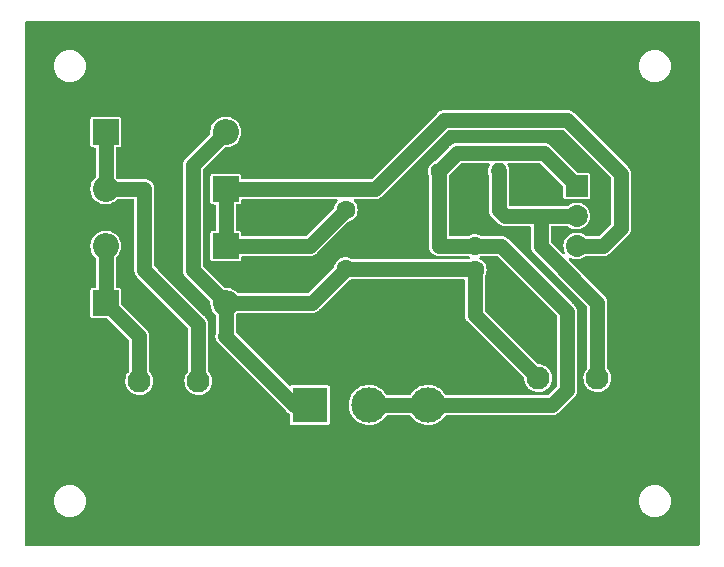
<source format=gbr>
G04 #@! TF.GenerationSoftware,KiCad,Pcbnew,(6.0.10)*
G04 #@! TF.CreationDate,2023-01-07T11:35:55+08:00*
G04 #@! TF.ProjectId,LM317 Power Supply,4c4d3331-3720-4506-9f77-657220537570,V01*
G04 #@! TF.SameCoordinates,Original*
G04 #@! TF.FileFunction,Copper,L1,Top*
G04 #@! TF.FilePolarity,Positive*
%FSLAX46Y46*%
G04 Gerber Fmt 4.6, Leading zero omitted, Abs format (unit mm)*
G04 Created by KiCad (PCBNEW (6.0.10)) date 2023-01-07 11:35:55*
%MOMM*%
%LPD*%
G01*
G04 APERTURE LIST*
G04 #@! TA.AperFunction,ComponentPad*
%ADD10R,1.860000X1.860000*%
G04 #@! TD*
G04 #@! TA.AperFunction,ComponentPad*
%ADD11C,1.860000*%
G04 #@! TD*
G04 #@! TA.AperFunction,ComponentPad*
%ADD12C,1.600000*%
G04 #@! TD*
G04 #@! TA.AperFunction,ComponentPad*
%ADD13C,3.000000*%
G04 #@! TD*
G04 #@! TA.AperFunction,ComponentPad*
%ADD14R,3.000000X3.000000*%
G04 #@! TD*
G04 #@! TA.AperFunction,ComponentPad*
%ADD15O,1.400000X1.400000*%
G04 #@! TD*
G04 #@! TA.AperFunction,ComponentPad*
%ADD16C,1.400000*%
G04 #@! TD*
G04 #@! TA.AperFunction,ComponentPad*
%ADD17C,1.950000*%
G04 #@! TD*
G04 #@! TA.AperFunction,ComponentPad*
%ADD18R,2.200000X2.200000*%
G04 #@! TD*
G04 #@! TA.AperFunction,ComponentPad*
%ADD19O,2.200000X2.200000*%
G04 #@! TD*
G04 #@! TA.AperFunction,Conductor*
%ADD20C,1.270000*%
G04 #@! TD*
G04 APERTURE END LIST*
D10*
G04 #@! TO.P,VR1,1,ADJ*
G04 #@! TO.N,Net-(VR1-Pad1)*
X160314000Y-91186000D03*
D11*
G04 #@! TO.P,VR1,2,VOUT*
G04 #@! TO.N,Net-(VR1-Pad2)*
X160314000Y-93726000D03*
G04 #@! TO.P,VR1,3,VIN*
G04 #@! TO.N,Net-(D1-Pad1)*
X160314000Y-96266000D03*
G04 #@! TD*
D12*
G04 #@! TO.P,C2,2*
G04 #@! TO.N,Net-(C1-Pad2)*
X151678000Y-98266000D03*
G04 #@! TO.P,C2,1*
G04 #@! TO.N,Net-(VR1-Pad1)*
X151678000Y-96266000D03*
G04 #@! TD*
D13*
G04 #@! TO.P,RV1,3,3*
G04 #@! TO.N,Net-(VR1-Pad1)*
X147708000Y-109728000D03*
G04 #@! TO.P,RV1,2,2*
X142708000Y-109728000D03*
D14*
G04 #@! TO.P,RV1,1,1*
G04 #@! TO.N,Net-(C1-Pad2)*
X137708000Y-109728000D03*
G04 #@! TD*
D15*
G04 #@! TO.P,R1,2*
G04 #@! TO.N,Net-(VR1-Pad2)*
X153710000Y-89916000D03*
D16*
G04 #@! TO.P,R1,1*
G04 #@! TO.N,Net-(VR1-Pad1)*
X148630000Y-89916000D03*
G04 #@! TD*
D17*
G04 #@! TO.P,J2,1*
G04 #@! TO.N,Net-(VR1-Pad2)*
X162052000Y-107442000D03*
G04 #@! TO.P,J2,2*
G04 #@! TO.N,Net-(C1-Pad2)*
X157052000Y-107442000D03*
G04 #@! TD*
G04 #@! TO.P,J1,2*
G04 #@! TO.N,Net-(D2-Pad2)*
X123270000Y-107696000D03*
G04 #@! TO.P,J1,1*
G04 #@! TO.N,Net-(D1-Pad2)*
X128270000Y-107696000D03*
G04 #@! TD*
D18*
G04 #@! TO.P,D4,1,K*
G04 #@! TO.N,Net-(D2-Pad2)*
X120436000Y-101092000D03*
D19*
G04 #@! TO.P,D4,2,A*
G04 #@! TO.N,Net-(C1-Pad2)*
X130596000Y-101092000D03*
G04 #@! TD*
G04 #@! TO.P,D3,2,A*
G04 #@! TO.N,Net-(C1-Pad2)*
X130596000Y-86614000D03*
D18*
G04 #@! TO.P,D3,1,K*
G04 #@! TO.N,Net-(D1-Pad2)*
X120436000Y-86614000D03*
G04 #@! TD*
D19*
G04 #@! TO.P,D2,2,A*
G04 #@! TO.N,Net-(D2-Pad2)*
X120436000Y-96266000D03*
D18*
G04 #@! TO.P,D2,1,K*
G04 #@! TO.N,Net-(D1-Pad1)*
X130596000Y-96266000D03*
G04 #@! TD*
D19*
G04 #@! TO.P,D1,2,A*
G04 #@! TO.N,Net-(D1-Pad2)*
X120436000Y-91440000D03*
D18*
G04 #@! TO.P,D1,1,K*
G04 #@! TO.N,Net-(D1-Pad1)*
X130596000Y-91440000D03*
G04 #@! TD*
D12*
G04 #@! TO.P,C1,2*
G04 #@! TO.N,Net-(C1-Pad2)*
X140756000Y-98218000D03*
G04 #@! TO.P,C1,1*
G04 #@! TO.N,Net-(D1-Pad1)*
X140756000Y-93218000D03*
G04 #@! TD*
D20*
G04 #@! TO.N,Net-(D1-Pad1)*
X164084000Y-94742000D02*
X164084000Y-90170000D01*
X164084000Y-90170000D02*
X159512000Y-85598000D01*
X162560000Y-96266000D02*
X164084000Y-94742000D01*
X160314000Y-96266000D02*
X162560000Y-96266000D01*
G04 #@! TO.N,Net-(D1-Pad2)*
X123698000Y-98298000D02*
X123698000Y-91440000D01*
X128270000Y-102870000D02*
X123698000Y-98298000D01*
X128270000Y-105116000D02*
X128270000Y-102870000D01*
X123698000Y-91440000D02*
X120436000Y-91440000D01*
G04 #@! TO.N,Net-(C1-Pad2)*
X136398000Y-109728000D02*
X137708000Y-109728000D01*
X130556000Y-103886000D02*
X136398000Y-109728000D01*
X130596000Y-103846000D02*
X130556000Y-103886000D01*
X130596000Y-101092000D02*
X130596000Y-103846000D01*
G04 #@! TO.N,Net-(VR1-Pad1)*
X159512000Y-108458000D02*
X159512000Y-101854000D01*
X159512000Y-101854000D02*
X153924000Y-96266000D01*
X158242000Y-109728000D02*
X159512000Y-108458000D01*
X147708000Y-109728000D02*
X158242000Y-109728000D01*
X153924000Y-96266000D02*
X151678000Y-96266000D01*
G04 #@! TO.N,Net-(D1-Pad1)*
X149098000Y-85598000D02*
X159512000Y-85598000D01*
X143256000Y-91440000D02*
X149098000Y-85598000D01*
X130596000Y-91440000D02*
X143256000Y-91440000D01*
X137708000Y-96266000D02*
X140756000Y-93218000D01*
X130596000Y-96266000D02*
X137708000Y-96266000D01*
G04 #@! TO.N,Net-(VR1-Pad1)*
X150165000Y-88381000D02*
X148630000Y-89916000D01*
X157509000Y-88381000D02*
X150165000Y-88381000D01*
X160314000Y-91186000D02*
X157509000Y-88381000D01*
X148630000Y-89916000D02*
X148630000Y-96266000D01*
G04 #@! TO.N,Net-(VR1-Pad2)*
X162052000Y-107442000D02*
X162052000Y-101052000D01*
X162052000Y-101052000D02*
X157266000Y-96266000D01*
X157266000Y-96266000D02*
X157266000Y-93726000D01*
X157266000Y-93726000D02*
X160314000Y-93726000D01*
X154218000Y-93726000D02*
X157266000Y-93726000D01*
X153710000Y-93218000D02*
X154218000Y-93726000D01*
X153710000Y-89916000D02*
X153710000Y-93218000D01*
G04 #@! TO.N,Net-(VR1-Pad1)*
X151678000Y-96266000D02*
X148630000Y-96266000D01*
X147708000Y-109728000D02*
X142708000Y-109728000D01*
G04 #@! TO.N,Net-(C1-Pad2)*
X151678000Y-102068000D02*
X157052000Y-107442000D01*
X151678000Y-98266000D02*
X151678000Y-102068000D01*
X151630000Y-98218000D02*
X151678000Y-98266000D01*
X140756000Y-98218000D02*
X151630000Y-98218000D01*
X137882000Y-101092000D02*
X140756000Y-98218000D01*
X130596000Y-101092000D02*
X137882000Y-101092000D01*
G04 #@! TO.N,Net-(D2-Pad2)*
X123270000Y-103926000D02*
X120436000Y-101092000D01*
X123270000Y-107696000D02*
X123270000Y-103926000D01*
G04 #@! TO.N,Net-(C1-Pad2)*
X127802000Y-89408000D02*
X130596000Y-86614000D01*
X127802000Y-98298000D02*
X127802000Y-89408000D01*
X130596000Y-101092000D02*
X127802000Y-98298000D01*
G04 #@! TO.N,Net-(D1-Pad1)*
X130596000Y-96266000D02*
X130596000Y-91440000D01*
G04 #@! TO.N,Net-(D1-Pad2)*
X120436000Y-91440000D02*
X120436000Y-86614000D01*
X128270000Y-107696000D02*
X128270000Y-105116000D01*
G04 #@! TO.N,Net-(D2-Pad2)*
X120436000Y-96266000D02*
X120436000Y-101092000D01*
G04 #@! TD*
G04 #@! TA.AperFunction,NonConductor*
G36*
X140041786Y-92295502D02*
G01*
X140088279Y-92349158D01*
X140098383Y-92419432D01*
X140068889Y-92484012D01*
X140061497Y-92491221D01*
X140061806Y-92491537D01*
X140057401Y-92495851D01*
X140052600Y-92499711D01*
X139926480Y-92650016D01*
X139923516Y-92655408D01*
X139923513Y-92655412D01*
X139863542Y-92764500D01*
X139831956Y-92821954D01*
X139830095Y-92827821D01*
X139830094Y-92827823D01*
X139776888Y-92995548D01*
X139745881Y-93046544D01*
X137398829Y-95393595D01*
X137336517Y-95427621D01*
X137309734Y-95430500D01*
X132022500Y-95430500D01*
X131954379Y-95410498D01*
X131907886Y-95356842D01*
X131896500Y-95304500D01*
X131896500Y-95146252D01*
X131884867Y-95087769D01*
X131840552Y-95021448D01*
X131774231Y-94977133D01*
X131762062Y-94974712D01*
X131762061Y-94974712D01*
X131721816Y-94966707D01*
X131715748Y-94965500D01*
X131557500Y-94965500D01*
X131489379Y-94945498D01*
X131442886Y-94891842D01*
X131431500Y-94839500D01*
X131431500Y-92866500D01*
X131451502Y-92798379D01*
X131505158Y-92751886D01*
X131557500Y-92740500D01*
X131715748Y-92740500D01*
X131721816Y-92739293D01*
X131762061Y-92731288D01*
X131762062Y-92731288D01*
X131774231Y-92728867D01*
X131840552Y-92684552D01*
X131884867Y-92618231D01*
X131888891Y-92598004D01*
X131895293Y-92565816D01*
X131896500Y-92559748D01*
X131896500Y-92401500D01*
X131916502Y-92333379D01*
X131970158Y-92286886D01*
X132022500Y-92275500D01*
X139973665Y-92275500D01*
X140041786Y-92295502D01*
G37*
G04 #@! TD.AperFunction*
G04 #@! TA.AperFunction,NonConductor*
G36*
X170669121Y-77237002D02*
G01*
X170715614Y-77290658D01*
X170727000Y-77343000D01*
X170727000Y-121539000D01*
X170706998Y-121607121D01*
X170653342Y-121653614D01*
X170601000Y-121665000D01*
X113705000Y-121665000D01*
X113636879Y-121644998D01*
X113590386Y-121591342D01*
X113579000Y-121539000D01*
X113579000Y-117856000D01*
X116032341Y-117856000D01*
X116052937Y-118091408D01*
X116114097Y-118319663D01*
X116213965Y-118533829D01*
X116349505Y-118727401D01*
X116516599Y-118894495D01*
X116710171Y-119030035D01*
X116715149Y-119032356D01*
X116715152Y-119032358D01*
X116919355Y-119127580D01*
X116924337Y-119129903D01*
X116929645Y-119131325D01*
X116929647Y-119131326D01*
X117147277Y-119189639D01*
X117152592Y-119191063D01*
X117255682Y-119200082D01*
X117326310Y-119206262D01*
X117326317Y-119206262D01*
X117329034Y-119206500D01*
X117446966Y-119206500D01*
X117449683Y-119206262D01*
X117449690Y-119206262D01*
X117520318Y-119200082D01*
X117623408Y-119191063D01*
X117628723Y-119189639D01*
X117846353Y-119131326D01*
X117846355Y-119131325D01*
X117851663Y-119129903D01*
X117856645Y-119127580D01*
X118060848Y-119032358D01*
X118060851Y-119032356D01*
X118065829Y-119030035D01*
X118259401Y-118894495D01*
X118426495Y-118727401D01*
X118429655Y-118722889D01*
X118558878Y-118538339D01*
X118558881Y-118538334D01*
X118562035Y-118533830D01*
X118564358Y-118528848D01*
X118564361Y-118528843D01*
X118659580Y-118324645D01*
X118659581Y-118324644D01*
X118661903Y-118319663D01*
X118723063Y-118091408D01*
X118743659Y-117856000D01*
X165562341Y-117856000D01*
X165582937Y-118091408D01*
X165644097Y-118319663D01*
X165743965Y-118533829D01*
X165879505Y-118727401D01*
X166046599Y-118894495D01*
X166240171Y-119030035D01*
X166245149Y-119032356D01*
X166245152Y-119032358D01*
X166449355Y-119127580D01*
X166454337Y-119129903D01*
X166459645Y-119131325D01*
X166459647Y-119131326D01*
X166677277Y-119189639D01*
X166682592Y-119191063D01*
X166785682Y-119200082D01*
X166856310Y-119206262D01*
X166856317Y-119206262D01*
X166859034Y-119206500D01*
X166976966Y-119206500D01*
X166979683Y-119206262D01*
X166979690Y-119206262D01*
X167050318Y-119200082D01*
X167153408Y-119191063D01*
X167158723Y-119189639D01*
X167376353Y-119131326D01*
X167376355Y-119131325D01*
X167381663Y-119129903D01*
X167386645Y-119127580D01*
X167590848Y-119032358D01*
X167590851Y-119032356D01*
X167595829Y-119030035D01*
X167789401Y-118894495D01*
X167956495Y-118727401D01*
X167959655Y-118722889D01*
X168088878Y-118538339D01*
X168088881Y-118538334D01*
X168092035Y-118533830D01*
X168094358Y-118528848D01*
X168094361Y-118528843D01*
X168189580Y-118324645D01*
X168189581Y-118324644D01*
X168191903Y-118319663D01*
X168253063Y-118091408D01*
X168273659Y-117856000D01*
X168253063Y-117620592D01*
X168191903Y-117392337D01*
X168092035Y-117178171D01*
X167956495Y-116984599D01*
X167789401Y-116817505D01*
X167595829Y-116681965D01*
X167590851Y-116679644D01*
X167590848Y-116679642D01*
X167386645Y-116584420D01*
X167386643Y-116584419D01*
X167381663Y-116582097D01*
X167376355Y-116580675D01*
X167376353Y-116580674D01*
X167158723Y-116522361D01*
X167158722Y-116522361D01*
X167153408Y-116520937D01*
X167050318Y-116511918D01*
X166979690Y-116505738D01*
X166979683Y-116505738D01*
X166976966Y-116505500D01*
X166859034Y-116505500D01*
X166856317Y-116505738D01*
X166856310Y-116505738D01*
X166785682Y-116511918D01*
X166682592Y-116520937D01*
X166677278Y-116522361D01*
X166677277Y-116522361D01*
X166459647Y-116580674D01*
X166459645Y-116580675D01*
X166454337Y-116582097D01*
X166449357Y-116584419D01*
X166449355Y-116584420D01*
X166245152Y-116679642D01*
X166245149Y-116679644D01*
X166240171Y-116681965D01*
X166046599Y-116817505D01*
X165879505Y-116984599D01*
X165876348Y-116989107D01*
X165876346Y-116989110D01*
X165747122Y-117173661D01*
X165743965Y-117178170D01*
X165741642Y-117183152D01*
X165741639Y-117183157D01*
X165646420Y-117387355D01*
X165644097Y-117392337D01*
X165582937Y-117620592D01*
X165562341Y-117856000D01*
X118743659Y-117856000D01*
X118723063Y-117620592D01*
X118661903Y-117392337D01*
X118562035Y-117178171D01*
X118426495Y-116984599D01*
X118259401Y-116817505D01*
X118065829Y-116681965D01*
X118060851Y-116679644D01*
X118060848Y-116679642D01*
X117856645Y-116584420D01*
X117856643Y-116584419D01*
X117851663Y-116582097D01*
X117846355Y-116580675D01*
X117846353Y-116580674D01*
X117628723Y-116522361D01*
X117628722Y-116522361D01*
X117623408Y-116520937D01*
X117520318Y-116511918D01*
X117449690Y-116505738D01*
X117449683Y-116505738D01*
X117446966Y-116505500D01*
X117329034Y-116505500D01*
X117326317Y-116505738D01*
X117326310Y-116505738D01*
X117255682Y-116511918D01*
X117152592Y-116520937D01*
X117147278Y-116522361D01*
X117147277Y-116522361D01*
X116929647Y-116580674D01*
X116929645Y-116580675D01*
X116924337Y-116582097D01*
X116919357Y-116584419D01*
X116919355Y-116584420D01*
X116715152Y-116679642D01*
X116715149Y-116679644D01*
X116710171Y-116681965D01*
X116516599Y-116817505D01*
X116349505Y-116984599D01*
X116346348Y-116989107D01*
X116346346Y-116989110D01*
X116217122Y-117173661D01*
X116213965Y-117178170D01*
X116211642Y-117183152D01*
X116211639Y-117183157D01*
X116116420Y-117387355D01*
X116114097Y-117392337D01*
X116052937Y-117620592D01*
X116032341Y-117856000D01*
X113579000Y-117856000D01*
X113579000Y-96266000D01*
X119130532Y-96266000D01*
X119150365Y-96492692D01*
X119151789Y-96498005D01*
X119151789Y-96498007D01*
X119191172Y-96644985D01*
X119209261Y-96712496D01*
X119211583Y-96717476D01*
X119211584Y-96717478D01*
X119302607Y-96912675D01*
X119305432Y-96918734D01*
X119435953Y-97105139D01*
X119563595Y-97232781D01*
X119597621Y-97295093D01*
X119600500Y-97321876D01*
X119600500Y-99665500D01*
X119580498Y-99733621D01*
X119526842Y-99780114D01*
X119474500Y-99791500D01*
X119316252Y-99791500D01*
X119310184Y-99792707D01*
X119269939Y-99800712D01*
X119269938Y-99800712D01*
X119257769Y-99803133D01*
X119191448Y-99847448D01*
X119147133Y-99913769D01*
X119135500Y-99972252D01*
X119135500Y-102211748D01*
X119136707Y-102217816D01*
X119143560Y-102252266D01*
X119147133Y-102270231D01*
X119191448Y-102336552D01*
X119257769Y-102380867D01*
X119269938Y-102383288D01*
X119269939Y-102383288D01*
X119310184Y-102391293D01*
X119316252Y-102392500D01*
X120502735Y-102392500D01*
X120570856Y-102412502D01*
X120591830Y-102429405D01*
X122397595Y-104235171D01*
X122431621Y-104297483D01*
X122434500Y-104324266D01*
X122434500Y-106813256D01*
X122414498Y-106881377D01*
X122407452Y-106891259D01*
X122279919Y-107053034D01*
X122277228Y-107058150D01*
X122277226Y-107058152D01*
X122185435Y-107232618D01*
X122179327Y-107244228D01*
X122115262Y-107450553D01*
X122089869Y-107665097D01*
X122103998Y-107880677D01*
X122105420Y-107886275D01*
X122105420Y-107886277D01*
X122149990Y-108061768D01*
X122157178Y-108090071D01*
X122247626Y-108286268D01*
X122250959Y-108290984D01*
X122340534Y-108417730D01*
X122372313Y-108462697D01*
X122376455Y-108466732D01*
X122474851Y-108562585D01*
X122527065Y-108613449D01*
X122706697Y-108733475D01*
X122712000Y-108735753D01*
X122712003Y-108735755D01*
X122795561Y-108771654D01*
X122905194Y-108818756D01*
X122963132Y-108831866D01*
X123110272Y-108865161D01*
X123110278Y-108865162D01*
X123115909Y-108866436D01*
X123121680Y-108866663D01*
X123121682Y-108866663D01*
X123186653Y-108869216D01*
X123331784Y-108874918D01*
X123440147Y-108859206D01*
X123539870Y-108844748D01*
X123539875Y-108844747D01*
X123545591Y-108843918D01*
X123551063Y-108842060D01*
X123551065Y-108842060D01*
X123744703Y-108776328D01*
X123744705Y-108776327D01*
X123750167Y-108774473D01*
X123938663Y-108668911D01*
X123959349Y-108651707D01*
X124021714Y-108599838D01*
X124104765Y-108530765D01*
X124242911Y-108364663D01*
X124348473Y-108176167D01*
X124352398Y-108164606D01*
X124416060Y-107977065D01*
X124416060Y-107977063D01*
X124417918Y-107971591D01*
X124418747Y-107965875D01*
X124418748Y-107965870D01*
X124448385Y-107761458D01*
X124448918Y-107757784D01*
X124450536Y-107696000D01*
X124432874Y-107503784D01*
X124431297Y-107486618D01*
X124431296Y-107486615D01*
X124430768Y-107480864D01*
X124411397Y-107412179D01*
X124373693Y-107278493D01*
X124373692Y-107278491D01*
X124372125Y-107272934D01*
X124360690Y-107249745D01*
X124279127Y-107084353D01*
X124276572Y-107079172D01*
X124147309Y-106906067D01*
X124143063Y-106902142D01*
X124139203Y-106897855D01*
X124140889Y-106896337D01*
X124109524Y-106843894D01*
X124105500Y-106812306D01*
X124105500Y-103966431D01*
X124105942Y-103955888D01*
X124107276Y-103940003D01*
X124110176Y-103905466D01*
X124099721Y-103827116D01*
X124099356Y-103824096D01*
X124094432Y-103778763D01*
X124090822Y-103745531D01*
X124088648Y-103739070D01*
X124088068Y-103736433D01*
X124087979Y-103735932D01*
X124087857Y-103735405D01*
X124087706Y-103734886D01*
X124087070Y-103732296D01*
X124086167Y-103725530D01*
X124061518Y-103657807D01*
X124059148Y-103651294D01*
X124058130Y-103648389D01*
X124035097Y-103579948D01*
X124032921Y-103573481D01*
X124029404Y-103567627D01*
X124028282Y-103565199D01*
X124028080Y-103564709D01*
X124027855Y-103564237D01*
X124027603Y-103563775D01*
X124026415Y-103561361D01*
X124024080Y-103554946D01*
X123981736Y-103488222D01*
X123980127Y-103485618D01*
X123942941Y-103423731D01*
X123939425Y-103417879D01*
X123934733Y-103412918D01*
X123933122Y-103410795D01*
X123932497Y-103409896D01*
X123929582Y-103406041D01*
X123926811Y-103401675D01*
X123923098Y-103397522D01*
X123870552Y-103344976D01*
X123868099Y-103342454D01*
X123819386Y-103290941D01*
X123819384Y-103290939D01*
X123814697Y-103285983D01*
X123809056Y-103282149D01*
X123803969Y-103277820D01*
X123796539Y-103270963D01*
X121773405Y-101247829D01*
X121739379Y-101185517D01*
X121736500Y-101158734D01*
X121736500Y-99972252D01*
X121724867Y-99913769D01*
X121680552Y-99847448D01*
X121614231Y-99803133D01*
X121602062Y-99800712D01*
X121602061Y-99800712D01*
X121561816Y-99792707D01*
X121555748Y-99791500D01*
X121397500Y-99791500D01*
X121329379Y-99771498D01*
X121282886Y-99717842D01*
X121271500Y-99665500D01*
X121271500Y-97321876D01*
X121291502Y-97253755D01*
X121308405Y-97232781D01*
X121436047Y-97105139D01*
X121566568Y-96918734D01*
X121569394Y-96912675D01*
X121660416Y-96717478D01*
X121660417Y-96717476D01*
X121662739Y-96712496D01*
X121680829Y-96644985D01*
X121720211Y-96498007D01*
X121720211Y-96498005D01*
X121721635Y-96492692D01*
X121741468Y-96266000D01*
X121721635Y-96039308D01*
X121667439Y-95837044D01*
X121664162Y-95824814D01*
X121664161Y-95824812D01*
X121662739Y-95819504D01*
X121582601Y-95647648D01*
X121568891Y-95618247D01*
X121568889Y-95618244D01*
X121566568Y-95613266D01*
X121436047Y-95426861D01*
X121275139Y-95265953D01*
X121088734Y-95135432D01*
X121083756Y-95133111D01*
X121083753Y-95133109D01*
X120887478Y-95041584D01*
X120887476Y-95041583D01*
X120882496Y-95039261D01*
X120877188Y-95037839D01*
X120877186Y-95037838D01*
X120668007Y-94981789D01*
X120668005Y-94981789D01*
X120662692Y-94980365D01*
X120436000Y-94960532D01*
X120209308Y-94980365D01*
X120203995Y-94981789D01*
X120203993Y-94981789D01*
X119994814Y-95037838D01*
X119994812Y-95037839D01*
X119989504Y-95039261D01*
X119984524Y-95041583D01*
X119984522Y-95041584D01*
X119788247Y-95133109D01*
X119788244Y-95133111D01*
X119783266Y-95135432D01*
X119596861Y-95265953D01*
X119435953Y-95426861D01*
X119305432Y-95613266D01*
X119303111Y-95618244D01*
X119303109Y-95618247D01*
X119289399Y-95647648D01*
X119209261Y-95819504D01*
X119207839Y-95824812D01*
X119207838Y-95824814D01*
X119204561Y-95837044D01*
X119150365Y-96039308D01*
X119130532Y-96266000D01*
X113579000Y-96266000D01*
X113579000Y-91440000D01*
X119130532Y-91440000D01*
X119150365Y-91666692D01*
X119209261Y-91886496D01*
X119211583Y-91891476D01*
X119211584Y-91891478D01*
X119280524Y-92039318D01*
X119305432Y-92092734D01*
X119435953Y-92279139D01*
X119596861Y-92440047D01*
X119783266Y-92570568D01*
X119788244Y-92572889D01*
X119788247Y-92572891D01*
X119978597Y-92661653D01*
X119989504Y-92666739D01*
X119994812Y-92668161D01*
X119994814Y-92668162D01*
X120203993Y-92724211D01*
X120203995Y-92724211D01*
X120209308Y-92725635D01*
X120436000Y-92745468D01*
X120662692Y-92725635D01*
X120668005Y-92724211D01*
X120668007Y-92724211D01*
X120877186Y-92668162D01*
X120877188Y-92668161D01*
X120882496Y-92666739D01*
X120893403Y-92661653D01*
X121083753Y-92572891D01*
X121083756Y-92572889D01*
X121088734Y-92570568D01*
X121275139Y-92440047D01*
X121402781Y-92312405D01*
X121465093Y-92278379D01*
X121491876Y-92275500D01*
X122736500Y-92275500D01*
X122804621Y-92295502D01*
X122851114Y-92349158D01*
X122862500Y-92401500D01*
X122862500Y-98257569D01*
X122862058Y-98268111D01*
X122857824Y-98318534D01*
X122858726Y-98325294D01*
X122868274Y-98396845D01*
X122868640Y-98399874D01*
X122877178Y-98478469D01*
X122879352Y-98484930D01*
X122879932Y-98487567D01*
X122880020Y-98488068D01*
X122880144Y-98488598D01*
X122880293Y-98489112D01*
X122880931Y-98491708D01*
X122881833Y-98498470D01*
X122884166Y-98504880D01*
X122908857Y-98572720D01*
X122909874Y-98575624D01*
X122935079Y-98650519D01*
X122938594Y-98656369D01*
X122939716Y-98658797D01*
X122939918Y-98659287D01*
X122940152Y-98659777D01*
X122940401Y-98660235D01*
X122941585Y-98662641D01*
X122943919Y-98669054D01*
X122947575Y-98674814D01*
X122947575Y-98674815D01*
X122986276Y-98735797D01*
X122987894Y-98738417D01*
X123028575Y-98806121D01*
X123033267Y-98811082D01*
X123034878Y-98813205D01*
X123035500Y-98814099D01*
X123038412Y-98817949D01*
X123041189Y-98822325D01*
X123044902Y-98826477D01*
X123046132Y-98827707D01*
X123097431Y-98879007D01*
X123099882Y-98881527D01*
X123153303Y-98938017D01*
X123158953Y-98941856D01*
X123164027Y-98946175D01*
X123171462Y-98953037D01*
X127397595Y-103179171D01*
X127431621Y-103241483D01*
X127434500Y-103268266D01*
X127434500Y-106813256D01*
X127414498Y-106881377D01*
X127407452Y-106891259D01*
X127279919Y-107053034D01*
X127277228Y-107058150D01*
X127277226Y-107058152D01*
X127185435Y-107232618D01*
X127179327Y-107244228D01*
X127115262Y-107450553D01*
X127089869Y-107665097D01*
X127103998Y-107880677D01*
X127105420Y-107886275D01*
X127105420Y-107886277D01*
X127149990Y-108061768D01*
X127157178Y-108090071D01*
X127247626Y-108286268D01*
X127250959Y-108290984D01*
X127340534Y-108417730D01*
X127372313Y-108462697D01*
X127376455Y-108466732D01*
X127474851Y-108562585D01*
X127527065Y-108613449D01*
X127706697Y-108733475D01*
X127712000Y-108735753D01*
X127712003Y-108735755D01*
X127795561Y-108771654D01*
X127905194Y-108818756D01*
X127963132Y-108831866D01*
X128110272Y-108865161D01*
X128110278Y-108865162D01*
X128115909Y-108866436D01*
X128121680Y-108866663D01*
X128121682Y-108866663D01*
X128186653Y-108869216D01*
X128331784Y-108874918D01*
X128440147Y-108859206D01*
X128539870Y-108844748D01*
X128539875Y-108844747D01*
X128545591Y-108843918D01*
X128551063Y-108842060D01*
X128551065Y-108842060D01*
X128744703Y-108776328D01*
X128744705Y-108776327D01*
X128750167Y-108774473D01*
X128938663Y-108668911D01*
X128959349Y-108651707D01*
X129021714Y-108599838D01*
X129104765Y-108530765D01*
X129242911Y-108364663D01*
X129348473Y-108176167D01*
X129352398Y-108164606D01*
X129416060Y-107977065D01*
X129416060Y-107977063D01*
X129417918Y-107971591D01*
X129418747Y-107965875D01*
X129418748Y-107965870D01*
X129448385Y-107761458D01*
X129448918Y-107757784D01*
X129450536Y-107696000D01*
X129432874Y-107503784D01*
X129431297Y-107486618D01*
X129431296Y-107486615D01*
X129430768Y-107480864D01*
X129411397Y-107412179D01*
X129373693Y-107278493D01*
X129373692Y-107278491D01*
X129372125Y-107272934D01*
X129360690Y-107249745D01*
X129279127Y-107084353D01*
X129276572Y-107079172D01*
X129147309Y-106906067D01*
X129143063Y-106902142D01*
X129139203Y-106897855D01*
X129140889Y-106896337D01*
X129109524Y-106843894D01*
X129105500Y-106812306D01*
X129105500Y-102910431D01*
X129105942Y-102899888D01*
X129109605Y-102856264D01*
X129110176Y-102849466D01*
X129099721Y-102771116D01*
X129099356Y-102768096D01*
X129090822Y-102689531D01*
X129088648Y-102683070D01*
X129088068Y-102680433D01*
X129087979Y-102679930D01*
X129087857Y-102679406D01*
X129087706Y-102678886D01*
X129087070Y-102676296D01*
X129086167Y-102669530D01*
X129083832Y-102663114D01*
X129059148Y-102595294D01*
X129058130Y-102592389D01*
X129035097Y-102523948D01*
X129032921Y-102517481D01*
X129029404Y-102511627D01*
X129028282Y-102509199D01*
X129028080Y-102508709D01*
X129027855Y-102508237D01*
X129027603Y-102507775D01*
X129026415Y-102505361D01*
X129024080Y-102498946D01*
X128981736Y-102432222D01*
X128980127Y-102429618D01*
X128974660Y-102420519D01*
X128939425Y-102361879D01*
X128934733Y-102356918D01*
X128933122Y-102354795D01*
X128932497Y-102353896D01*
X128929582Y-102350041D01*
X128926811Y-102345675D01*
X128923098Y-102341522D01*
X128870552Y-102288976D01*
X128868099Y-102286454D01*
X128819386Y-102234941D01*
X128819384Y-102234939D01*
X128814697Y-102229983D01*
X128809056Y-102226149D01*
X128803969Y-102221820D01*
X128796539Y-102214963D01*
X124900110Y-98318534D01*
X126961824Y-98318534D01*
X126962726Y-98325294D01*
X126972274Y-98396845D01*
X126972640Y-98399874D01*
X126981178Y-98478469D01*
X126983352Y-98484930D01*
X126983932Y-98487567D01*
X126984020Y-98488068D01*
X126984144Y-98488598D01*
X126984293Y-98489112D01*
X126984931Y-98491708D01*
X126985833Y-98498470D01*
X126988166Y-98504880D01*
X127012857Y-98572720D01*
X127013874Y-98575624D01*
X127039079Y-98650519D01*
X127042594Y-98656369D01*
X127043716Y-98658797D01*
X127043918Y-98659287D01*
X127044152Y-98659777D01*
X127044401Y-98660235D01*
X127045585Y-98662641D01*
X127047919Y-98669054D01*
X127051575Y-98674814D01*
X127051575Y-98674815D01*
X127090276Y-98735797D01*
X127091894Y-98738417D01*
X127132575Y-98806121D01*
X127137267Y-98811082D01*
X127138878Y-98813205D01*
X127139500Y-98814099D01*
X127142414Y-98817952D01*
X127145189Y-98822325D01*
X127148902Y-98826477D01*
X127201430Y-98879005D01*
X127203882Y-98881526D01*
X127257303Y-98938017D01*
X127262951Y-98941855D01*
X127268030Y-98946178D01*
X127275462Y-98953037D01*
X129258952Y-100936527D01*
X129292978Y-100998839D01*
X129295378Y-101036602D01*
X129291011Y-101086523D01*
X129290532Y-101092000D01*
X129310365Y-101318692D01*
X129311789Y-101324005D01*
X129311789Y-101324007D01*
X129352832Y-101477180D01*
X129369261Y-101538496D01*
X129371583Y-101543476D01*
X129371584Y-101543478D01*
X129440524Y-101691318D01*
X129465432Y-101744734D01*
X129595953Y-101931139D01*
X129723595Y-102058781D01*
X129757621Y-102121093D01*
X129760500Y-102147876D01*
X129760500Y-103607467D01*
X129756758Y-103637945D01*
X129753430Y-103651294D01*
X129751806Y-103657807D01*
X129749914Y-103664582D01*
X129731014Y-103725639D01*
X129730443Y-103732439D01*
X129729892Y-103739001D01*
X129726593Y-103758929D01*
X129723349Y-103771941D01*
X129721942Y-103822324D01*
X129721565Y-103835821D01*
X129721172Y-103842847D01*
X129715824Y-103906534D01*
X129716726Y-103913294D01*
X129716726Y-103913298D01*
X129717597Y-103919824D01*
X129718655Y-103940003D01*
X129718281Y-103953401D01*
X129730258Y-104016191D01*
X129731379Y-104023108D01*
X129739833Y-104086470D01*
X129742165Y-104092877D01*
X129744416Y-104099061D01*
X129749782Y-104118542D01*
X129752295Y-104131717D01*
X129754983Y-104137988D01*
X129754984Y-104137992D01*
X129777473Y-104190461D01*
X129780050Y-104196970D01*
X129801919Y-104257054D01*
X129809105Y-104268376D01*
X129818531Y-104286254D01*
X129823809Y-104298569D01*
X129827778Y-104304113D01*
X129827782Y-104304120D01*
X129861017Y-104350542D01*
X129864946Y-104356367D01*
X129899189Y-104410325D01*
X129902902Y-104414477D01*
X129909260Y-104420835D01*
X129922616Y-104436583D01*
X129929481Y-104446172D01*
X129934553Y-104450739D01*
X129934554Y-104450740D01*
X129978398Y-104490217D01*
X129983183Y-104494758D01*
X135778611Y-110290186D01*
X135785753Y-110297952D01*
X135818425Y-110336614D01*
X135823849Y-110340761D01*
X135823850Y-110340762D01*
X135881204Y-110384612D01*
X135883615Y-110386503D01*
X135896655Y-110396987D01*
X135939884Y-110431745D01*
X135939889Y-110431748D01*
X135945202Y-110436020D01*
X135949812Y-110438308D01*
X135996000Y-110491380D01*
X136007500Y-110543970D01*
X136007500Y-111247748D01*
X136019133Y-111306231D01*
X136063448Y-111372552D01*
X136129769Y-111416867D01*
X136141938Y-111419288D01*
X136141939Y-111419288D01*
X136182184Y-111427293D01*
X136188252Y-111428500D01*
X139227748Y-111428500D01*
X139233816Y-111427293D01*
X139274061Y-111419288D01*
X139274062Y-111419288D01*
X139286231Y-111416867D01*
X139352552Y-111372552D01*
X139396867Y-111306231D01*
X139408500Y-111247748D01*
X139408500Y-108208252D01*
X139396867Y-108149769D01*
X139352552Y-108083448D01*
X139286231Y-108039133D01*
X139274062Y-108036712D01*
X139274061Y-108036712D01*
X139233816Y-108028707D01*
X139227748Y-108027500D01*
X136188252Y-108027500D01*
X136182184Y-108028707D01*
X136141939Y-108036712D01*
X136141938Y-108036712D01*
X136129769Y-108039133D01*
X136119454Y-108046025D01*
X136119450Y-108046027D01*
X136072441Y-108077438D01*
X136004688Y-108098653D01*
X135936221Y-108079870D01*
X135913344Y-108061768D01*
X131468405Y-103616829D01*
X131434379Y-103554517D01*
X131431500Y-103527734D01*
X131431500Y-102147876D01*
X131451502Y-102079755D01*
X131468405Y-102058781D01*
X131562781Y-101964405D01*
X131625093Y-101930379D01*
X131651876Y-101927500D01*
X137841569Y-101927500D01*
X137852111Y-101927942D01*
X137902534Y-101932176D01*
X137980884Y-101921721D01*
X137983874Y-101921360D01*
X138062469Y-101912822D01*
X138068930Y-101910648D01*
X138071567Y-101910068D01*
X138072068Y-101909980D01*
X138072598Y-101909856D01*
X138073112Y-101909707D01*
X138075708Y-101909069D01*
X138082470Y-101908167D01*
X138156721Y-101881143D01*
X138159624Y-101880126D01*
X138228053Y-101857097D01*
X138234519Y-101854921D01*
X138240369Y-101851406D01*
X138242797Y-101850284D01*
X138243287Y-101850082D01*
X138243777Y-101849848D01*
X138244235Y-101849599D01*
X138246641Y-101848415D01*
X138253054Y-101846081D01*
X138319797Y-101803724D01*
X138322417Y-101802106D01*
X138384269Y-101764941D01*
X138390121Y-101761425D01*
X138395082Y-101756733D01*
X138397205Y-101755122D01*
X138398099Y-101754500D01*
X138401952Y-101751586D01*
X138406325Y-101748811D01*
X138410477Y-101745098D01*
X138463005Y-101692570D01*
X138465527Y-101690117D01*
X138494323Y-101662886D01*
X138522017Y-101636697D01*
X138525855Y-101631049D01*
X138530178Y-101625970D01*
X138537037Y-101618538D01*
X140930691Y-99224884D01*
X140985901Y-99192621D01*
X141113616Y-99156962D01*
X141113620Y-99156960D01*
X141119556Y-99155303D01*
X141294299Y-99067034D01*
X141351110Y-99053500D01*
X150716500Y-99053500D01*
X150784621Y-99073502D01*
X150831114Y-99127158D01*
X150842500Y-99179500D01*
X150842500Y-102027569D01*
X150842058Y-102038111D01*
X150837824Y-102088534D01*
X150847784Y-102163171D01*
X150848274Y-102166845D01*
X150848640Y-102169874D01*
X150857178Y-102248469D01*
X150859352Y-102254930D01*
X150859932Y-102257567D01*
X150860020Y-102258068D01*
X150860144Y-102258598D01*
X150860293Y-102259112D01*
X150860931Y-102261708D01*
X150861833Y-102268470D01*
X150864166Y-102274880D01*
X150888857Y-102342720D01*
X150889874Y-102345624D01*
X150915079Y-102420519D01*
X150918594Y-102426369D01*
X150919716Y-102428797D01*
X150919918Y-102429287D01*
X150920152Y-102429777D01*
X150920401Y-102430235D01*
X150921585Y-102432641D01*
X150923919Y-102439054D01*
X150927575Y-102444814D01*
X150927575Y-102444815D01*
X150966276Y-102505797D01*
X150967894Y-102508417D01*
X150968364Y-102509199D01*
X151008575Y-102576121D01*
X151013267Y-102581082D01*
X151014878Y-102583205D01*
X151015500Y-102584099D01*
X151018414Y-102587952D01*
X151021189Y-102592325D01*
X151024902Y-102596477D01*
X151077430Y-102649005D01*
X151079882Y-102651526D01*
X151133303Y-102708017D01*
X151138951Y-102711855D01*
X151144030Y-102716178D01*
X151151462Y-102723037D01*
X155840604Y-107412179D01*
X155874630Y-107474491D01*
X155877239Y-107493034D01*
X155885620Y-107620910D01*
X155885998Y-107626677D01*
X155887420Y-107632275D01*
X155887420Y-107632277D01*
X155910478Y-107723065D01*
X155939178Y-107836071D01*
X156029626Y-108032268D01*
X156032959Y-108036984D01*
X156127462Y-108170703D01*
X156154313Y-108208697D01*
X156158455Y-108212732D01*
X156208369Y-108261356D01*
X156309065Y-108359449D01*
X156488697Y-108479475D01*
X156494000Y-108481753D01*
X156494003Y-108481755D01*
X156645554Y-108546866D01*
X156687194Y-108564756D01*
X156765129Y-108582391D01*
X156892272Y-108611161D01*
X156892278Y-108611162D01*
X156897909Y-108612436D01*
X156903680Y-108612663D01*
X156903682Y-108612663D01*
X156968653Y-108615216D01*
X157113784Y-108620918D01*
X157222147Y-108605206D01*
X157321870Y-108590748D01*
X157321875Y-108590747D01*
X157327591Y-108589918D01*
X157333063Y-108588060D01*
X157333065Y-108588060D01*
X157526703Y-108522328D01*
X157526705Y-108522327D01*
X157532167Y-108520473D01*
X157720663Y-108414911D01*
X157765935Y-108377259D01*
X157882327Y-108280456D01*
X157886765Y-108276765D01*
X158024911Y-108110663D01*
X158130473Y-107922167D01*
X158199918Y-107717591D01*
X158200747Y-107711875D01*
X158200748Y-107711870D01*
X158230385Y-107507458D01*
X158230918Y-107503784D01*
X158232536Y-107442000D01*
X158216525Y-107267754D01*
X158213297Y-107232618D01*
X158213296Y-107232615D01*
X158212768Y-107226864D01*
X158163742Y-107053034D01*
X158155693Y-107024493D01*
X158155692Y-107024491D01*
X158154125Y-107018934D01*
X158142690Y-106995745D01*
X158061127Y-106830353D01*
X158058572Y-106825172D01*
X157929309Y-106652067D01*
X157770665Y-106505418D01*
X157587952Y-106390135D01*
X157387290Y-106310079D01*
X157175400Y-106267931D01*
X157169625Y-106267855D01*
X157169621Y-106267855D01*
X157109190Y-106267064D01*
X157041337Y-106246172D01*
X157021745Y-106230170D01*
X152550405Y-101758829D01*
X152516379Y-101696517D01*
X152513500Y-101669734D01*
X152513500Y-98854173D01*
X152529944Y-98791936D01*
X152561100Y-98737092D01*
X152596425Y-98674909D01*
X152601307Y-98660235D01*
X152652986Y-98504880D01*
X152658358Y-98488732D01*
X152682949Y-98294071D01*
X152683341Y-98266000D01*
X152664194Y-98070728D01*
X152662413Y-98064829D01*
X152662412Y-98064824D01*
X152609265Y-97888793D01*
X152607484Y-97882894D01*
X152515370Y-97709653D01*
X152391361Y-97557602D01*
X152240180Y-97432535D01*
X152137069Y-97376783D01*
X152086660Y-97326788D01*
X152071283Y-97257477D01*
X152095819Y-97190855D01*
X152140187Y-97153481D01*
X152216299Y-97115034D01*
X152273110Y-97101500D01*
X153525735Y-97101500D01*
X153593856Y-97121502D01*
X153614830Y-97138405D01*
X158639595Y-102163171D01*
X158673621Y-102225483D01*
X158676500Y-102252266D01*
X158676500Y-108059734D01*
X158656498Y-108127855D01*
X158639595Y-108148829D01*
X157932829Y-108855595D01*
X157870517Y-108889621D01*
X157843734Y-108892500D01*
X149262329Y-108892500D01*
X149194208Y-108872498D01*
X149152936Y-108829024D01*
X149121731Y-108774426D01*
X148997357Y-108616659D01*
X148968147Y-108579606D01*
X148968144Y-108579603D01*
X148965255Y-108575938D01*
X148781160Y-108402758D01*
X148613241Y-108286268D01*
X148577331Y-108261356D01*
X148577328Y-108261354D01*
X148573489Y-108258691D01*
X148569296Y-108256623D01*
X148350993Y-108148968D01*
X148350990Y-108148967D01*
X148346805Y-108146903D01*
X148302379Y-108132682D01*
X148180788Y-108093761D01*
X148106087Y-108069849D01*
X148101480Y-108069099D01*
X148101477Y-108069098D01*
X147861235Y-108029972D01*
X147861236Y-108029972D01*
X147856624Y-108029221D01*
X147734026Y-108027616D01*
X147608573Y-108025974D01*
X147608570Y-108025974D01*
X147603896Y-108025913D01*
X147353455Y-108059996D01*
X147348965Y-108061305D01*
X147348959Y-108061306D01*
X147272995Y-108083448D01*
X147110803Y-108130723D01*
X147106556Y-108132681D01*
X147106553Y-108132682D01*
X147071528Y-108148829D01*
X146881270Y-108236539D01*
X146877361Y-108239102D01*
X146673812Y-108372554D01*
X146673807Y-108372558D01*
X146669899Y-108375120D01*
X146577065Y-108457977D01*
X146510203Y-108517654D01*
X146481333Y-108543421D01*
X146319715Y-108737746D01*
X146262602Y-108831866D01*
X146210163Y-108879726D01*
X146154883Y-108892500D01*
X144262329Y-108892500D01*
X144194208Y-108872498D01*
X144152936Y-108829024D01*
X144121731Y-108774426D01*
X143997357Y-108616659D01*
X143968147Y-108579606D01*
X143968144Y-108579603D01*
X143965255Y-108575938D01*
X143781160Y-108402758D01*
X143613241Y-108286268D01*
X143577331Y-108261356D01*
X143577328Y-108261354D01*
X143573489Y-108258691D01*
X143569296Y-108256623D01*
X143350993Y-108148968D01*
X143350990Y-108148967D01*
X143346805Y-108146903D01*
X143302379Y-108132682D01*
X143180788Y-108093761D01*
X143106087Y-108069849D01*
X143101480Y-108069099D01*
X143101477Y-108069098D01*
X142861235Y-108029972D01*
X142861236Y-108029972D01*
X142856624Y-108029221D01*
X142734026Y-108027616D01*
X142608573Y-108025974D01*
X142608570Y-108025974D01*
X142603896Y-108025913D01*
X142353455Y-108059996D01*
X142348965Y-108061305D01*
X142348959Y-108061306D01*
X142272995Y-108083448D01*
X142110803Y-108130723D01*
X142106556Y-108132681D01*
X142106553Y-108132682D01*
X142071528Y-108148829D01*
X141881270Y-108236539D01*
X141877361Y-108239102D01*
X141673812Y-108372554D01*
X141673807Y-108372558D01*
X141669899Y-108375120D01*
X141577065Y-108457977D01*
X141510203Y-108517654D01*
X141481333Y-108543421D01*
X141319715Y-108737746D01*
X141188595Y-108953825D01*
X141186786Y-108958139D01*
X141186785Y-108958141D01*
X141139778Y-109070241D01*
X141090854Y-109186911D01*
X141028639Y-109431883D01*
X141003316Y-109683361D01*
X141015443Y-109935820D01*
X141064752Y-110183713D01*
X141066331Y-110188111D01*
X141066333Y-110188118D01*
X141116311Y-110327317D01*
X141150160Y-110421595D01*
X141269792Y-110644240D01*
X141272587Y-110647984D01*
X141272589Y-110647986D01*
X141418226Y-110843018D01*
X141418231Y-110843024D01*
X141421018Y-110846756D01*
X141424327Y-110850036D01*
X141424332Y-110850042D01*
X141597200Y-111021408D01*
X141600517Y-111024696D01*
X141604279Y-111027454D01*
X141604282Y-111027457D01*
X141800575Y-111171384D01*
X141804346Y-111174149D01*
X141808481Y-111176325D01*
X141808485Y-111176327D01*
X141925952Y-111238129D01*
X142028026Y-111291833D01*
X142266644Y-111375162D01*
X142271237Y-111376034D01*
X142510369Y-111421435D01*
X142510372Y-111421435D01*
X142514958Y-111422306D01*
X142635081Y-111427026D01*
X142762845Y-111432046D01*
X142762850Y-111432046D01*
X142767513Y-111432229D01*
X142845657Y-111423671D01*
X143014107Y-111405223D01*
X143014112Y-111405222D01*
X143018760Y-111404713D01*
X143023284Y-111403522D01*
X143258658Y-111341554D01*
X143258661Y-111341553D01*
X143263181Y-111340363D01*
X143495405Y-111240591D01*
X143602774Y-111174149D01*
X143706358Y-111110050D01*
X143706362Y-111110047D01*
X143710331Y-111107591D01*
X143804989Y-111027457D01*
X143899672Y-110947302D01*
X143899673Y-110947301D01*
X143903238Y-110944283D01*
X143985886Y-110850042D01*
X144066806Y-110757771D01*
X144066810Y-110757766D01*
X144069888Y-110754256D01*
X144155384Y-110621337D01*
X144209058Y-110574866D01*
X144261355Y-110563500D01*
X146151074Y-110563500D01*
X146219195Y-110583502D01*
X146262065Y-110629859D01*
X146269792Y-110644240D01*
X146272587Y-110647984D01*
X146272589Y-110647986D01*
X146418226Y-110843018D01*
X146418231Y-110843024D01*
X146421018Y-110846756D01*
X146424327Y-110850036D01*
X146424332Y-110850042D01*
X146597200Y-111021408D01*
X146600517Y-111024696D01*
X146604279Y-111027454D01*
X146604282Y-111027457D01*
X146800575Y-111171384D01*
X146804346Y-111174149D01*
X146808481Y-111176325D01*
X146808485Y-111176327D01*
X146925952Y-111238129D01*
X147028026Y-111291833D01*
X147266644Y-111375162D01*
X147271237Y-111376034D01*
X147510369Y-111421435D01*
X147510372Y-111421435D01*
X147514958Y-111422306D01*
X147635081Y-111427026D01*
X147762845Y-111432046D01*
X147762850Y-111432046D01*
X147767513Y-111432229D01*
X147845657Y-111423671D01*
X148014107Y-111405223D01*
X148014112Y-111405222D01*
X148018760Y-111404713D01*
X148023284Y-111403522D01*
X148258658Y-111341554D01*
X148258661Y-111341553D01*
X148263181Y-111340363D01*
X148495405Y-111240591D01*
X148602774Y-111174149D01*
X148706358Y-111110050D01*
X148706362Y-111110047D01*
X148710331Y-111107591D01*
X148804989Y-111027457D01*
X148899672Y-110947302D01*
X148899673Y-110947301D01*
X148903238Y-110944283D01*
X148985886Y-110850042D01*
X149066806Y-110757771D01*
X149066810Y-110757766D01*
X149069888Y-110754256D01*
X149155384Y-110621337D01*
X149209058Y-110574866D01*
X149261355Y-110563500D01*
X158201569Y-110563500D01*
X158212111Y-110563942D01*
X158262534Y-110568176D01*
X158340884Y-110557721D01*
X158343874Y-110557360D01*
X158422469Y-110548822D01*
X158428930Y-110546648D01*
X158431567Y-110546068D01*
X158432068Y-110545980D01*
X158432598Y-110545856D01*
X158433112Y-110545707D01*
X158435708Y-110545069D01*
X158442470Y-110544167D01*
X158516721Y-110517143D01*
X158519624Y-110516126D01*
X158588053Y-110493097D01*
X158594519Y-110490921D01*
X158600369Y-110487406D01*
X158602797Y-110486284D01*
X158603287Y-110486082D01*
X158603777Y-110485848D01*
X158604235Y-110485599D01*
X158606641Y-110484415D01*
X158613054Y-110482081D01*
X158618815Y-110478425D01*
X158679797Y-110439724D01*
X158682417Y-110438106D01*
X158704873Y-110424613D01*
X158750121Y-110397425D01*
X158755082Y-110392733D01*
X158757205Y-110391122D01*
X158758099Y-110390500D01*
X158761952Y-110387586D01*
X158766325Y-110384811D01*
X158770477Y-110381098D01*
X158823006Y-110328569D01*
X158825528Y-110326116D01*
X158882017Y-110272697D01*
X158885855Y-110267049D01*
X158890178Y-110261970D01*
X158897037Y-110254538D01*
X160074192Y-109077384D01*
X160081959Y-109070241D01*
X160115400Y-109041981D01*
X160120614Y-109037575D01*
X160168615Y-108974791D01*
X160170506Y-108972380D01*
X160220019Y-108910798D01*
X160223054Y-108904685D01*
X160224501Y-108902422D01*
X160224803Y-108901991D01*
X160225084Y-108901539D01*
X160225335Y-108901083D01*
X160226727Y-108898784D01*
X160230871Y-108893364D01*
X160264270Y-108821738D01*
X160265605Y-108818965D01*
X160297700Y-108754313D01*
X160297702Y-108754308D01*
X160300735Y-108748198D01*
X160302387Y-108741572D01*
X160303306Y-108739074D01*
X160303513Y-108738576D01*
X160303694Y-108738066D01*
X160303840Y-108737570D01*
X160304707Y-108735024D01*
X160307590Y-108728841D01*
X160320356Y-108671730D01*
X160324831Y-108651707D01*
X160325540Y-108648710D01*
X160343000Y-108578683D01*
X160343001Y-108578678D01*
X160344651Y-108572059D01*
X160344841Y-108565239D01*
X160345205Y-108562585D01*
X160345397Y-108561520D01*
X160346062Y-108556723D01*
X160347189Y-108551682D01*
X160347500Y-108546120D01*
X160347500Y-108471814D01*
X160347549Y-108468296D01*
X160349143Y-108411220D01*
X160349719Y-108390599D01*
X160348440Y-108383892D01*
X160347906Y-108377259D01*
X160347500Y-108367152D01*
X160347500Y-101894431D01*
X160347942Y-101883888D01*
X160352176Y-101833466D01*
X160341721Y-101755116D01*
X160341356Y-101752096D01*
X160341046Y-101749239D01*
X160332822Y-101673531D01*
X160330648Y-101667070D01*
X160330068Y-101664433D01*
X160329979Y-101663932D01*
X160329857Y-101663405D01*
X160329706Y-101662886D01*
X160329070Y-101660296D01*
X160328167Y-101653530D01*
X160323748Y-101641388D01*
X160301148Y-101579294D01*
X160300130Y-101576389D01*
X160277097Y-101507948D01*
X160274921Y-101501481D01*
X160271404Y-101495627D01*
X160270282Y-101493199D01*
X160270080Y-101492709D01*
X160269855Y-101492237D01*
X160269603Y-101491775D01*
X160268415Y-101489361D01*
X160266080Y-101482946D01*
X160223736Y-101416222D01*
X160222127Y-101413618D01*
X160181425Y-101345879D01*
X160176733Y-101340918D01*
X160175122Y-101338795D01*
X160174497Y-101337896D01*
X160171582Y-101334041D01*
X160168811Y-101329675D01*
X160165098Y-101325522D01*
X160112552Y-101272976D01*
X160110099Y-101270454D01*
X160061386Y-101218941D01*
X160061384Y-101218939D01*
X160056697Y-101213983D01*
X160051056Y-101210149D01*
X160045969Y-101205820D01*
X160038539Y-101198963D01*
X154543384Y-95703808D01*
X154536241Y-95696041D01*
X154507980Y-95662599D01*
X154503575Y-95657386D01*
X154497521Y-95652757D01*
X154440813Y-95609400D01*
X154438392Y-95607501D01*
X154382123Y-95562260D01*
X154382115Y-95562255D01*
X154376798Y-95557980D01*
X154370685Y-95554945D01*
X154368417Y-95553495D01*
X154367988Y-95553195D01*
X154367540Y-95552916D01*
X154367071Y-95552658D01*
X154364786Y-95551274D01*
X154359364Y-95547129D01*
X154335078Y-95535804D01*
X154287757Y-95513737D01*
X154284985Y-95512403D01*
X154225061Y-95482657D01*
X154214198Y-95477265D01*
X154207575Y-95475614D01*
X154205070Y-95474692D01*
X154204574Y-95474486D01*
X154204066Y-95474306D01*
X154203570Y-95474160D01*
X154201024Y-95473293D01*
X154194841Y-95470410D01*
X154188187Y-95468923D01*
X154188185Y-95468922D01*
X154117707Y-95453169D01*
X154114710Y-95452460D01*
X154044683Y-95435000D01*
X154044678Y-95434999D01*
X154038059Y-95433349D01*
X154031239Y-95433159D01*
X154028585Y-95432795D01*
X154027520Y-95432603D01*
X154022723Y-95431938D01*
X154017682Y-95430811D01*
X154012120Y-95430500D01*
X153937814Y-95430500D01*
X153934296Y-95430451D01*
X153932585Y-95430403D01*
X153856599Y-95428281D01*
X153849892Y-95429560D01*
X153843259Y-95430094D01*
X153833152Y-95430500D01*
X152268300Y-95430500D01*
X152208371Y-95415336D01*
X152168162Y-95393595D01*
X152067585Y-95339213D01*
X151955445Y-95304500D01*
X151886039Y-95283015D01*
X151886036Y-95283014D01*
X151880152Y-95281193D01*
X151874027Y-95280549D01*
X151874026Y-95280549D01*
X151691147Y-95261327D01*
X151691146Y-95261327D01*
X151685019Y-95260683D01*
X151562383Y-95271844D01*
X151495759Y-95277907D01*
X151495758Y-95277907D01*
X151489618Y-95278466D01*
X151483704Y-95280207D01*
X151483702Y-95280207D01*
X151361566Y-95316154D01*
X151301393Y-95333864D01*
X151187139Y-95393595D01*
X151143972Y-95416162D01*
X151085597Y-95430500D01*
X149591500Y-95430500D01*
X149523379Y-95410498D01*
X149476886Y-95356842D01*
X149465500Y-95304500D01*
X149465500Y-90314265D01*
X149485502Y-90246144D01*
X149502405Y-90225170D01*
X150474170Y-89253405D01*
X150536482Y-89219379D01*
X150563265Y-89216500D01*
X152855810Y-89216500D01*
X152923931Y-89236502D01*
X152970424Y-89290158D01*
X152980528Y-89360432D01*
X152964929Y-89405500D01*
X152886125Y-89541993D01*
X152882821Y-89547716D01*
X152824326Y-89727744D01*
X152823636Y-89734305D01*
X152823636Y-89734307D01*
X152814215Y-89823948D01*
X152804540Y-89916000D01*
X152805230Y-89922565D01*
X152820526Y-90068096D01*
X152824326Y-90104256D01*
X152841797Y-90158026D01*
X152868333Y-90239695D01*
X152874500Y-90278631D01*
X152874500Y-93177569D01*
X152874058Y-93188111D01*
X152869824Y-93238534D01*
X152879888Y-93313950D01*
X152880274Y-93316845D01*
X152880640Y-93319874D01*
X152889178Y-93398469D01*
X152891352Y-93404930D01*
X152891932Y-93407567D01*
X152892020Y-93408068D01*
X152892144Y-93408598D01*
X152892293Y-93409112D01*
X152892931Y-93411708D01*
X152893833Y-93418470D01*
X152896166Y-93424880D01*
X152920857Y-93492720D01*
X152921874Y-93495624D01*
X152947079Y-93570519D01*
X152950594Y-93576369D01*
X152951716Y-93578797D01*
X152951918Y-93579287D01*
X152952152Y-93579777D01*
X152952401Y-93580235D01*
X152953585Y-93582641D01*
X152955919Y-93589054D01*
X152959575Y-93594814D01*
X152959575Y-93594815D01*
X152998276Y-93655797D01*
X152999894Y-93658417D01*
X153040575Y-93726121D01*
X153045267Y-93731082D01*
X153046878Y-93733205D01*
X153047500Y-93734099D01*
X153050414Y-93737952D01*
X153053189Y-93742325D01*
X153056902Y-93746477D01*
X153109430Y-93799005D01*
X153111882Y-93801526D01*
X153165303Y-93858017D01*
X153170951Y-93861855D01*
X153176030Y-93866178D01*
X153183462Y-93873037D01*
X153598611Y-94288186D01*
X153605753Y-94295952D01*
X153638425Y-94334614D01*
X153643844Y-94338757D01*
X153643845Y-94338758D01*
X153701223Y-94382626D01*
X153703643Y-94384524D01*
X153765202Y-94434019D01*
X153771313Y-94437053D01*
X153773576Y-94438500D01*
X153774007Y-94438802D01*
X153774458Y-94439082D01*
X153774917Y-94439335D01*
X153777216Y-94440727D01*
X153782636Y-94444871D01*
X153788822Y-94447755D01*
X153788821Y-94447755D01*
X153854259Y-94478269D01*
X153857035Y-94479605D01*
X153921687Y-94511700D01*
X153921692Y-94511702D01*
X153927802Y-94514735D01*
X153934428Y-94516387D01*
X153936926Y-94517306D01*
X153937424Y-94517513D01*
X153937934Y-94517694D01*
X153938430Y-94517840D01*
X153940976Y-94518707D01*
X153947159Y-94521590D01*
X153953813Y-94523077D01*
X153953815Y-94523078D01*
X154024325Y-94538838D01*
X154027324Y-94539547D01*
X154103941Y-94558650D01*
X154110762Y-94558841D01*
X154113414Y-94559204D01*
X154114493Y-94559398D01*
X154119268Y-94560060D01*
X154124318Y-94561189D01*
X154129880Y-94561500D01*
X154204201Y-94561500D01*
X154207719Y-94561549D01*
X154285401Y-94563719D01*
X154292108Y-94562440D01*
X154298741Y-94561906D01*
X154308848Y-94561500D01*
X156304500Y-94561500D01*
X156372621Y-94581502D01*
X156419114Y-94635158D01*
X156430500Y-94687500D01*
X156430500Y-96225569D01*
X156430058Y-96236111D01*
X156425824Y-96286534D01*
X156432499Y-96336554D01*
X156436274Y-96364845D01*
X156436640Y-96367874D01*
X156445178Y-96446469D01*
X156447352Y-96452930D01*
X156447932Y-96455567D01*
X156448020Y-96456068D01*
X156448144Y-96456598D01*
X156448293Y-96457112D01*
X156448931Y-96459708D01*
X156449833Y-96466470D01*
X156452166Y-96472880D01*
X156476857Y-96540720D01*
X156477874Y-96543624D01*
X156503079Y-96618519D01*
X156506594Y-96624369D01*
X156507716Y-96626797D01*
X156507918Y-96627287D01*
X156508152Y-96627777D01*
X156508401Y-96628235D01*
X156509585Y-96630641D01*
X156511919Y-96637054D01*
X156515575Y-96642814D01*
X156515575Y-96642815D01*
X156554276Y-96703797D01*
X156555894Y-96706417D01*
X156596575Y-96774121D01*
X156601267Y-96779082D01*
X156602878Y-96781205D01*
X156603500Y-96782099D01*
X156606412Y-96785949D01*
X156609189Y-96790325D01*
X156612902Y-96794477D01*
X156614132Y-96795707D01*
X156665431Y-96847007D01*
X156667883Y-96849528D01*
X156721303Y-96906017D01*
X156726953Y-96909856D01*
X156732027Y-96914175D01*
X156739462Y-96921037D01*
X161179595Y-101361171D01*
X161213621Y-101423483D01*
X161216500Y-101450266D01*
X161216500Y-106559256D01*
X161196498Y-106627377D01*
X161189452Y-106637259D01*
X161061919Y-106799034D01*
X161059228Y-106804150D01*
X161059226Y-106804152D01*
X161010725Y-106896337D01*
X160961327Y-106990228D01*
X160897262Y-107196553D01*
X160871869Y-107411097D01*
X160885998Y-107626677D01*
X160887420Y-107632275D01*
X160887420Y-107632277D01*
X160910478Y-107723065D01*
X160939178Y-107836071D01*
X161029626Y-108032268D01*
X161032959Y-108036984D01*
X161127462Y-108170703D01*
X161154313Y-108208697D01*
X161158455Y-108212732D01*
X161208369Y-108261356D01*
X161309065Y-108359449D01*
X161488697Y-108479475D01*
X161494000Y-108481753D01*
X161494003Y-108481755D01*
X161645554Y-108546866D01*
X161687194Y-108564756D01*
X161765129Y-108582391D01*
X161892272Y-108611161D01*
X161892278Y-108611162D01*
X161897909Y-108612436D01*
X161903680Y-108612663D01*
X161903682Y-108612663D01*
X161968653Y-108615216D01*
X162113784Y-108620918D01*
X162222147Y-108605206D01*
X162321870Y-108590748D01*
X162321875Y-108590747D01*
X162327591Y-108589918D01*
X162333063Y-108588060D01*
X162333065Y-108588060D01*
X162526703Y-108522328D01*
X162526705Y-108522327D01*
X162532167Y-108520473D01*
X162720663Y-108414911D01*
X162765935Y-108377259D01*
X162882327Y-108280456D01*
X162886765Y-108276765D01*
X163024911Y-108110663D01*
X163130473Y-107922167D01*
X163199918Y-107717591D01*
X163200747Y-107711875D01*
X163200748Y-107711870D01*
X163230385Y-107507458D01*
X163230918Y-107503784D01*
X163232536Y-107442000D01*
X163216525Y-107267754D01*
X163213297Y-107232618D01*
X163213296Y-107232615D01*
X163212768Y-107226864D01*
X163163742Y-107053034D01*
X163155693Y-107024493D01*
X163155692Y-107024491D01*
X163154125Y-107018934D01*
X163142690Y-106995745D01*
X163061127Y-106830353D01*
X163058572Y-106825172D01*
X162929309Y-106652067D01*
X162925063Y-106648142D01*
X162921203Y-106643855D01*
X162922889Y-106642337D01*
X162891524Y-106589894D01*
X162887500Y-106558306D01*
X162887500Y-101092431D01*
X162887942Y-101081888D01*
X162891605Y-101038264D01*
X162892176Y-101031466D01*
X162881721Y-100953116D01*
X162881356Y-100950096D01*
X162873558Y-100878310D01*
X162872822Y-100871531D01*
X162870648Y-100865070D01*
X162870068Y-100862433D01*
X162869980Y-100861932D01*
X162869856Y-100861402D01*
X162869707Y-100860888D01*
X162869069Y-100858292D01*
X162868167Y-100851530D01*
X162841143Y-100777279D01*
X162840126Y-100774376D01*
X162817097Y-100705947D01*
X162814921Y-100699481D01*
X162811406Y-100693631D01*
X162810284Y-100691203D01*
X162810082Y-100690713D01*
X162809848Y-100690223D01*
X162809599Y-100689765D01*
X162808415Y-100687359D01*
X162806081Y-100680946D01*
X162763724Y-100614203D01*
X162762106Y-100611583D01*
X162724941Y-100549731D01*
X162721425Y-100543879D01*
X162716733Y-100538918D01*
X162715122Y-100536795D01*
X162714497Y-100535896D01*
X162711582Y-100532041D01*
X162708811Y-100527675D01*
X162705098Y-100523522D01*
X162652552Y-100470976D01*
X162650099Y-100468454D01*
X162601386Y-100416941D01*
X162601384Y-100416939D01*
X162596697Y-100411983D01*
X162591056Y-100408149D01*
X162585969Y-100403820D01*
X162578539Y-100396963D01*
X159662829Y-97481253D01*
X159628803Y-97418941D01*
X159633868Y-97348126D01*
X159676415Y-97291290D01*
X159742935Y-97266479D01*
X159801660Y-97276390D01*
X159836342Y-97291290D01*
X159957857Y-97343497D01*
X159957860Y-97343498D01*
X159963160Y-97345775D01*
X159968790Y-97347049D01*
X160160172Y-97390355D01*
X160160175Y-97390355D01*
X160165808Y-97391630D01*
X160171579Y-97391857D01*
X160171581Y-97391857D01*
X160234985Y-97394348D01*
X160373419Y-97399787D01*
X160476230Y-97384880D01*
X160573327Y-97370802D01*
X160573332Y-97370801D01*
X160579041Y-97369973D01*
X160584505Y-97368118D01*
X160584510Y-97368117D01*
X160770318Y-97305043D01*
X160775786Y-97303187D01*
X160957065Y-97201666D01*
X161007910Y-97159379D01*
X161042482Y-97130626D01*
X161107646Y-97102445D01*
X161123051Y-97101500D01*
X162519569Y-97101500D01*
X162530111Y-97101942D01*
X162580534Y-97106176D01*
X162588471Y-97105117D01*
X162596826Y-97104002D01*
X162658884Y-97095721D01*
X162661874Y-97095360D01*
X162740469Y-97086822D01*
X162746930Y-97084648D01*
X162749567Y-97084068D01*
X162750068Y-97083980D01*
X162750598Y-97083856D01*
X162751112Y-97083707D01*
X162753708Y-97083069D01*
X162760470Y-97082167D01*
X162834721Y-97055143D01*
X162837624Y-97054126D01*
X162912519Y-97028921D01*
X162918369Y-97025406D01*
X162920797Y-97024284D01*
X162921287Y-97024082D01*
X162921777Y-97023848D01*
X162922235Y-97023599D01*
X162924641Y-97022415D01*
X162931054Y-97020081D01*
X162936815Y-97016425D01*
X162997797Y-96977724D01*
X163000417Y-96976106D01*
X163040852Y-96951810D01*
X163068121Y-96935425D01*
X163073082Y-96930733D01*
X163075205Y-96929122D01*
X163076099Y-96928500D01*
X163079952Y-96925586D01*
X163084325Y-96922811D01*
X163088477Y-96919098D01*
X163141006Y-96866569D01*
X163143528Y-96864116D01*
X163161620Y-96847007D01*
X163200017Y-96810697D01*
X163203855Y-96805049D01*
X163208178Y-96799970D01*
X163215037Y-96792538D01*
X164646192Y-95361384D01*
X164653959Y-95354241D01*
X164687400Y-95325981D01*
X164692614Y-95321575D01*
X164740615Y-95258791D01*
X164742506Y-95256380D01*
X164792019Y-95194798D01*
X164795054Y-95188685D01*
X164796501Y-95186422D01*
X164796803Y-95185991D01*
X164797084Y-95185539D01*
X164797335Y-95185083D01*
X164798727Y-95182784D01*
X164802871Y-95177364D01*
X164836270Y-95105738D01*
X164837605Y-95102965D01*
X164869700Y-95038313D01*
X164869702Y-95038308D01*
X164872735Y-95032198D01*
X164874387Y-95025572D01*
X164875306Y-95023074D01*
X164875513Y-95022576D01*
X164875694Y-95022066D01*
X164875840Y-95021570D01*
X164876707Y-95019024D01*
X164879590Y-95012841D01*
X164887572Y-94977133D01*
X164896838Y-94935675D01*
X164897547Y-94932678D01*
X164914998Y-94862684D01*
X164916650Y-94856059D01*
X164916841Y-94849238D01*
X164917204Y-94846586D01*
X164917398Y-94845507D01*
X164918060Y-94840732D01*
X164919189Y-94835682D01*
X164919500Y-94830120D01*
X164919500Y-94755799D01*
X164919549Y-94752281D01*
X164920435Y-94720549D01*
X164921719Y-94674599D01*
X164920440Y-94667892D01*
X164919906Y-94661259D01*
X164919500Y-94651152D01*
X164919500Y-90210431D01*
X164919942Y-90199888D01*
X164921799Y-90177769D01*
X164924176Y-90149466D01*
X164913721Y-90071116D01*
X164913356Y-90068096D01*
X164904822Y-89989531D01*
X164902648Y-89983070D01*
X164902068Y-89980433D01*
X164901979Y-89979932D01*
X164901857Y-89979405D01*
X164901706Y-89978886D01*
X164901070Y-89976296D01*
X164900167Y-89969530D01*
X164897832Y-89963114D01*
X164873148Y-89895294D01*
X164872130Y-89892389D01*
X164849097Y-89823948D01*
X164846921Y-89817481D01*
X164843404Y-89811627D01*
X164842282Y-89809199D01*
X164842080Y-89808709D01*
X164841855Y-89808237D01*
X164841603Y-89807775D01*
X164840415Y-89805361D01*
X164838080Y-89798946D01*
X164795736Y-89732222D01*
X164794127Y-89729618D01*
X164789229Y-89721466D01*
X164753425Y-89661879D01*
X164748733Y-89656918D01*
X164747122Y-89654795D01*
X164746497Y-89653896D01*
X164743582Y-89650041D01*
X164740811Y-89645675D01*
X164737098Y-89641522D01*
X164684552Y-89588976D01*
X164682099Y-89586454D01*
X164633386Y-89534941D01*
X164633384Y-89534939D01*
X164628697Y-89529983D01*
X164623056Y-89526149D01*
X164617969Y-89521820D01*
X164610539Y-89514963D01*
X160131384Y-85035808D01*
X160124241Y-85028041D01*
X160091575Y-84989386D01*
X160086154Y-84985241D01*
X160028813Y-84941400D01*
X160026392Y-84939501D01*
X159970123Y-84894260D01*
X159970115Y-84894255D01*
X159964798Y-84889980D01*
X159958685Y-84886945D01*
X159956417Y-84885495D01*
X159955988Y-84885195D01*
X159955540Y-84884916D01*
X159955071Y-84884658D01*
X159952786Y-84883274D01*
X159947364Y-84879129D01*
X159923078Y-84867804D01*
X159875757Y-84845737D01*
X159872985Y-84844403D01*
X159808314Y-84812301D01*
X159802198Y-84809265D01*
X159795575Y-84807614D01*
X159793070Y-84806692D01*
X159792574Y-84806486D01*
X159792066Y-84806306D01*
X159791570Y-84806160D01*
X159789024Y-84805293D01*
X159782841Y-84802410D01*
X159776187Y-84800923D01*
X159776185Y-84800922D01*
X159705707Y-84785169D01*
X159702710Y-84784460D01*
X159632683Y-84767000D01*
X159632678Y-84766999D01*
X159626059Y-84765349D01*
X159619239Y-84765159D01*
X159616585Y-84764795D01*
X159615520Y-84764603D01*
X159610723Y-84763938D01*
X159605682Y-84762811D01*
X159600120Y-84762500D01*
X159525814Y-84762500D01*
X159522296Y-84762451D01*
X159520585Y-84762403D01*
X159444599Y-84760281D01*
X159437892Y-84761560D01*
X159431259Y-84762094D01*
X159421152Y-84762500D01*
X149138443Y-84762500D01*
X149127900Y-84762058D01*
X149077467Y-84757823D01*
X149070708Y-84758725D01*
X149070703Y-84758725D01*
X148999127Y-84768275D01*
X148996073Y-84768645D01*
X148959106Y-84772661D01*
X148917531Y-84777178D01*
X148911061Y-84779356D01*
X148908453Y-84779929D01*
X148907922Y-84780023D01*
X148907391Y-84780146D01*
X148906892Y-84780291D01*
X148904288Y-84780931D01*
X148897531Y-84781832D01*
X148891123Y-84784164D01*
X148891116Y-84784166D01*
X148823260Y-84808863D01*
X148820375Y-84809874D01*
X148745481Y-84835079D01*
X148739632Y-84838594D01*
X148737214Y-84839711D01*
X148736721Y-84839914D01*
X148736224Y-84840152D01*
X148735768Y-84840400D01*
X148733359Y-84841585D01*
X148726947Y-84843919D01*
X148676011Y-84876245D01*
X148660233Y-84886258D01*
X148657613Y-84887876D01*
X148613811Y-84914195D01*
X148589879Y-84928575D01*
X148584918Y-84933266D01*
X148582795Y-84934878D01*
X148581913Y-84935491D01*
X148578045Y-84938417D01*
X148573676Y-84941189D01*
X148569523Y-84944902D01*
X148516995Y-84997430D01*
X148514474Y-84999882D01*
X148457983Y-85053303D01*
X148454145Y-85058951D01*
X148449822Y-85064030D01*
X148442963Y-85071462D01*
X142946829Y-90567595D01*
X142884517Y-90601621D01*
X142857734Y-90604500D01*
X132022500Y-90604500D01*
X131954379Y-90584498D01*
X131907886Y-90530842D01*
X131896500Y-90478500D01*
X131896500Y-90320252D01*
X131884867Y-90261769D01*
X131840552Y-90195448D01*
X131774231Y-90151133D01*
X131762062Y-90148712D01*
X131762061Y-90148712D01*
X131721816Y-90140707D01*
X131715748Y-90139500D01*
X129476252Y-90139500D01*
X129470184Y-90140707D01*
X129429939Y-90148712D01*
X129429938Y-90148712D01*
X129417769Y-90151133D01*
X129351448Y-90195448D01*
X129307133Y-90261769D01*
X129295500Y-90320252D01*
X129295500Y-92559748D01*
X129296707Y-92565816D01*
X129303110Y-92598004D01*
X129307133Y-92618231D01*
X129351448Y-92684552D01*
X129417769Y-92728867D01*
X129429938Y-92731288D01*
X129429939Y-92731288D01*
X129470184Y-92739293D01*
X129476252Y-92740500D01*
X129634500Y-92740500D01*
X129702621Y-92760502D01*
X129749114Y-92814158D01*
X129760500Y-92866500D01*
X129760500Y-94839500D01*
X129740498Y-94907621D01*
X129686842Y-94954114D01*
X129634500Y-94965500D01*
X129476252Y-94965500D01*
X129470184Y-94966707D01*
X129429939Y-94974712D01*
X129429938Y-94974712D01*
X129417769Y-94977133D01*
X129351448Y-95021448D01*
X129307133Y-95087769D01*
X129295500Y-95146252D01*
X129295500Y-97385748D01*
X129296707Y-97391816D01*
X129304224Y-97429604D01*
X129307133Y-97444231D01*
X129351448Y-97510552D01*
X129417769Y-97554867D01*
X129429938Y-97557288D01*
X129429939Y-97557288D01*
X129455519Y-97562376D01*
X129476252Y-97566500D01*
X131715748Y-97566500D01*
X131736481Y-97562376D01*
X131762061Y-97557288D01*
X131762062Y-97557288D01*
X131774231Y-97554867D01*
X131840552Y-97510552D01*
X131884867Y-97444231D01*
X131887777Y-97429604D01*
X131895293Y-97391816D01*
X131896500Y-97385748D01*
X131896500Y-97227500D01*
X131916502Y-97159379D01*
X131970158Y-97112886D01*
X132022500Y-97101500D01*
X137667569Y-97101500D01*
X137678111Y-97101942D01*
X137728534Y-97106176D01*
X137736471Y-97105117D01*
X137744826Y-97104002D01*
X137806884Y-97095721D01*
X137809874Y-97095360D01*
X137888469Y-97086822D01*
X137894930Y-97084648D01*
X137897567Y-97084068D01*
X137898068Y-97083980D01*
X137898598Y-97083856D01*
X137899112Y-97083707D01*
X137901708Y-97083069D01*
X137908470Y-97082167D01*
X137982721Y-97055143D01*
X137985624Y-97054126D01*
X138060519Y-97028921D01*
X138066369Y-97025406D01*
X138068797Y-97024284D01*
X138069287Y-97024082D01*
X138069777Y-97023848D01*
X138070235Y-97023599D01*
X138072641Y-97022415D01*
X138079054Y-97020081D01*
X138084815Y-97016425D01*
X138145797Y-96977724D01*
X138148417Y-96976106D01*
X138188852Y-96951810D01*
X138216121Y-96935425D01*
X138221082Y-96930733D01*
X138223205Y-96929122D01*
X138224099Y-96928500D01*
X138227952Y-96925586D01*
X138232325Y-96922811D01*
X138236477Y-96919098D01*
X138289006Y-96866569D01*
X138291528Y-96864116D01*
X138309620Y-96847007D01*
X138348017Y-96810697D01*
X138351855Y-96805049D01*
X138356178Y-96799970D01*
X138363037Y-96792538D01*
X140930693Y-94224883D01*
X140985904Y-94192620D01*
X141025642Y-94181525D01*
X141119556Y-94155303D01*
X141294689Y-94066837D01*
X141449303Y-93946040D01*
X141577509Y-93797511D01*
X141674425Y-93626909D01*
X141736358Y-93440732D01*
X141760949Y-93246071D01*
X141761341Y-93218000D01*
X141742194Y-93022728D01*
X141740413Y-93016829D01*
X141740412Y-93016824D01*
X141687265Y-92840793D01*
X141685484Y-92834894D01*
X141593370Y-92661653D01*
X141469361Y-92509602D01*
X141464619Y-92505679D01*
X141464615Y-92505675D01*
X141456043Y-92498584D01*
X141416305Y-92439750D01*
X141414684Y-92368772D01*
X141451694Y-92308185D01*
X141515584Y-92277225D01*
X141536359Y-92275500D01*
X143215569Y-92275500D01*
X143226111Y-92275942D01*
X143276534Y-92280176D01*
X143354884Y-92269721D01*
X143357874Y-92269360D01*
X143436469Y-92260822D01*
X143442930Y-92258648D01*
X143445567Y-92258068D01*
X143446068Y-92257980D01*
X143446598Y-92257856D01*
X143447112Y-92257707D01*
X143449708Y-92257069D01*
X143456470Y-92256167D01*
X143530721Y-92229143D01*
X143533624Y-92228126D01*
X143602053Y-92205097D01*
X143608519Y-92202921D01*
X143614369Y-92199406D01*
X143616797Y-92198284D01*
X143617287Y-92198082D01*
X143617777Y-92197848D01*
X143618235Y-92197599D01*
X143620641Y-92196415D01*
X143627054Y-92194081D01*
X143693797Y-92151724D01*
X143696417Y-92150106D01*
X143758269Y-92112941D01*
X143764121Y-92109425D01*
X143769082Y-92104733D01*
X143771205Y-92103122D01*
X143772099Y-92102500D01*
X143775952Y-92099586D01*
X143780325Y-92096811D01*
X143784477Y-92093098D01*
X143837005Y-92040570D01*
X143839527Y-92038117D01*
X143891056Y-91989388D01*
X143896017Y-91984697D01*
X143899855Y-91979049D01*
X143904178Y-91973970D01*
X143911037Y-91966538D01*
X149407170Y-86470405D01*
X149469482Y-86436379D01*
X149496265Y-86433500D01*
X159113735Y-86433500D01*
X159181856Y-86453502D01*
X159202830Y-86470405D01*
X163211595Y-90479171D01*
X163245621Y-90541483D01*
X163248500Y-90568266D01*
X163248500Y-94343734D01*
X163228498Y-94411855D01*
X163211595Y-94432829D01*
X162250829Y-95393595D01*
X162188517Y-95427621D01*
X162161734Y-95430500D01*
X161125031Y-95430500D01*
X161056910Y-95410498D01*
X161039502Y-95397024D01*
X161009394Y-95369192D01*
X161009392Y-95369190D01*
X161005153Y-95365272D01*
X160847742Y-95265953D01*
X160834315Y-95257481D01*
X160829435Y-95254402D01*
X160636455Y-95177411D01*
X160630795Y-95176285D01*
X160630791Y-95176284D01*
X160438344Y-95138004D01*
X160438339Y-95138004D01*
X160432676Y-95136877D01*
X160426901Y-95136801D01*
X160426897Y-95136801D01*
X160322307Y-95135432D01*
X160224922Y-95134157D01*
X160219225Y-95135136D01*
X160219224Y-95135136D01*
X160025842Y-95168365D01*
X160025839Y-95168366D01*
X160020152Y-95169343D01*
X159825222Y-95241256D01*
X159646662Y-95347488D01*
X159490451Y-95484481D01*
X159361821Y-95647648D01*
X159359133Y-95652757D01*
X159267769Y-95826411D01*
X159267767Y-95826416D01*
X159265080Y-95831523D01*
X159203467Y-96029949D01*
X159179046Y-96236280D01*
X159192635Y-96443607D01*
X159194056Y-96449203D01*
X159194057Y-96449208D01*
X159218036Y-96543624D01*
X159243779Y-96644985D01*
X159246196Y-96650228D01*
X159305233Y-96778290D01*
X159315588Y-96848528D01*
X159286325Y-96913213D01*
X159226736Y-96951810D01*
X159155740Y-96952063D01*
X159101712Y-96920136D01*
X158138405Y-95956829D01*
X158104379Y-95894517D01*
X158101500Y-95867734D01*
X158101500Y-94687500D01*
X158121502Y-94619379D01*
X158175158Y-94572886D01*
X158227500Y-94561500D01*
X159500208Y-94561500D01*
X159568329Y-94581502D01*
X159588129Y-94597246D01*
X159595365Y-94604295D01*
X159595371Y-94604300D01*
X159599505Y-94608327D01*
X159604301Y-94611532D01*
X159604304Y-94611534D01*
X159616045Y-94619379D01*
X159772261Y-94723759D01*
X159777569Y-94726040D01*
X159777570Y-94726040D01*
X159957857Y-94803497D01*
X159957860Y-94803498D01*
X159963160Y-94805775D01*
X159968790Y-94807049D01*
X160160172Y-94850355D01*
X160160175Y-94850355D01*
X160165808Y-94851630D01*
X160171579Y-94851857D01*
X160171581Y-94851857D01*
X160234985Y-94854348D01*
X160373419Y-94859787D01*
X160476230Y-94844880D01*
X160573327Y-94830802D01*
X160573332Y-94830801D01*
X160579041Y-94829973D01*
X160584505Y-94828118D01*
X160584510Y-94828117D01*
X160770318Y-94765043D01*
X160775786Y-94763187D01*
X160957065Y-94661666D01*
X161116809Y-94528809D01*
X161237615Y-94383555D01*
X161245975Y-94373503D01*
X161249666Y-94369065D01*
X161351187Y-94187786D01*
X161417973Y-93991041D01*
X161418801Y-93985332D01*
X161418802Y-93985327D01*
X161445451Y-93801527D01*
X161447787Y-93785419D01*
X161449343Y-93726000D01*
X161430332Y-93519100D01*
X161373934Y-93319129D01*
X161282039Y-93132785D01*
X161157724Y-92966307D01*
X161005153Y-92825272D01*
X160902499Y-92760502D01*
X160834315Y-92717481D01*
X160829435Y-92714402D01*
X160636455Y-92637411D01*
X160630795Y-92636285D01*
X160630791Y-92636284D01*
X160438344Y-92598004D01*
X160438339Y-92598004D01*
X160432676Y-92596877D01*
X160426901Y-92596801D01*
X160426897Y-92596801D01*
X160322768Y-92595438D01*
X160224922Y-92594157D01*
X160219225Y-92595136D01*
X160219224Y-92595136D01*
X160025842Y-92628365D01*
X160025839Y-92628366D01*
X160020152Y-92629343D01*
X159825222Y-92701256D01*
X159778812Y-92728867D01*
X159651630Y-92804532D01*
X159651627Y-92804534D01*
X159646662Y-92807488D01*
X159642318Y-92811298D01*
X159642312Y-92811302D01*
X159587658Y-92859232D01*
X159523254Y-92889109D01*
X159504581Y-92890500D01*
X157345122Y-92890500D01*
X157324543Y-92888808D01*
X157319652Y-92887998D01*
X157319647Y-92887998D01*
X157312914Y-92886883D01*
X157306098Y-92887240D01*
X157306094Y-92887240D01*
X157247202Y-92890327D01*
X157240607Y-92890500D01*
X154671500Y-92890500D01*
X154603379Y-92870498D01*
X154556886Y-92816842D01*
X154545500Y-92764500D01*
X154545500Y-90278631D01*
X154551667Y-90239695D01*
X154578203Y-90158026D01*
X154595674Y-90104256D01*
X154599475Y-90068096D01*
X154614770Y-89922565D01*
X154615460Y-89916000D01*
X154605785Y-89823948D01*
X154596364Y-89734307D01*
X154596364Y-89734305D01*
X154595674Y-89727744D01*
X154537179Y-89547716D01*
X154533875Y-89541993D01*
X154455071Y-89405500D01*
X154438333Y-89336504D01*
X154461554Y-89269413D01*
X154517361Y-89225526D01*
X154564190Y-89216500D01*
X157110735Y-89216500D01*
X157178856Y-89236502D01*
X157199830Y-89253405D01*
X159146595Y-91200171D01*
X159180621Y-91262483D01*
X159183500Y-91289266D01*
X159183500Y-92135748D01*
X159195133Y-92194231D01*
X159239448Y-92260552D01*
X159266128Y-92278379D01*
X159291754Y-92295502D01*
X159305769Y-92304867D01*
X159317938Y-92307288D01*
X159317939Y-92307288D01*
X159343665Y-92312405D01*
X159364252Y-92316500D01*
X161263748Y-92316500D01*
X161284335Y-92312405D01*
X161310061Y-92307288D01*
X161310062Y-92307288D01*
X161322231Y-92304867D01*
X161336247Y-92295502D01*
X161361872Y-92278379D01*
X161388552Y-92260552D01*
X161432867Y-92194231D01*
X161444500Y-92135748D01*
X161444500Y-90236252D01*
X161432867Y-90177769D01*
X161388552Y-90111448D01*
X161322231Y-90067133D01*
X161310062Y-90064712D01*
X161310061Y-90064712D01*
X161269816Y-90056707D01*
X161263748Y-90055500D01*
X160417265Y-90055500D01*
X160349144Y-90035498D01*
X160328170Y-90018595D01*
X158128384Y-87818808D01*
X158121241Y-87811041D01*
X158105345Y-87792231D01*
X158088575Y-87772386D01*
X158083154Y-87768241D01*
X158025813Y-87724400D01*
X158023392Y-87722501D01*
X157967123Y-87677260D01*
X157967115Y-87677255D01*
X157961798Y-87672980D01*
X157955685Y-87669945D01*
X157953417Y-87668495D01*
X157952988Y-87668195D01*
X157952540Y-87667916D01*
X157952071Y-87667658D01*
X157949786Y-87666274D01*
X157944364Y-87662129D01*
X157920078Y-87650804D01*
X157872757Y-87628737D01*
X157869985Y-87627403D01*
X157805314Y-87595301D01*
X157799198Y-87592265D01*
X157792575Y-87590614D01*
X157790070Y-87589692D01*
X157789574Y-87589486D01*
X157789066Y-87589306D01*
X157788570Y-87589160D01*
X157786024Y-87588293D01*
X157779841Y-87585410D01*
X157773187Y-87583923D01*
X157773185Y-87583922D01*
X157702707Y-87568169D01*
X157699710Y-87567460D01*
X157629683Y-87550000D01*
X157629678Y-87549999D01*
X157623059Y-87548349D01*
X157616239Y-87548159D01*
X157613585Y-87547795D01*
X157612520Y-87547603D01*
X157607723Y-87546938D01*
X157602682Y-87545811D01*
X157597120Y-87545500D01*
X157522814Y-87545500D01*
X157519296Y-87545451D01*
X157517585Y-87545403D01*
X157441599Y-87543281D01*
X157434892Y-87544560D01*
X157428259Y-87545094D01*
X157418152Y-87545500D01*
X150205443Y-87545500D01*
X150194900Y-87545058D01*
X150144466Y-87540823D01*
X150137706Y-87541725D01*
X150137705Y-87541725D01*
X150066119Y-87551277D01*
X150063062Y-87551647D01*
X149991311Y-87559441D01*
X149991307Y-87559442D01*
X149984531Y-87560178D01*
X149978067Y-87562353D01*
X149975438Y-87562931D01*
X149974926Y-87563021D01*
X149974414Y-87563140D01*
X149973907Y-87563288D01*
X149971300Y-87563928D01*
X149964530Y-87564832D01*
X149958116Y-87567167D01*
X149958114Y-87567167D01*
X149890277Y-87591858D01*
X149887370Y-87592876D01*
X149836036Y-87610152D01*
X149812481Y-87618079D01*
X149806632Y-87621594D01*
X149804214Y-87622711D01*
X149803721Y-87622914D01*
X149803224Y-87623152D01*
X149802768Y-87623400D01*
X149800359Y-87624585D01*
X149793947Y-87626919D01*
X149743011Y-87659245D01*
X149727233Y-87669258D01*
X149724613Y-87670876D01*
X149680811Y-87697195D01*
X149656879Y-87711575D01*
X149651918Y-87716266D01*
X149649795Y-87717878D01*
X149648913Y-87718491D01*
X149645045Y-87721417D01*
X149640676Y-87724189D01*
X149636523Y-87727902D01*
X149583994Y-87780431D01*
X149581473Y-87782883D01*
X149524983Y-87836303D01*
X149521145Y-87841951D01*
X149516822Y-87847030D01*
X149509963Y-87854462D01*
X148293474Y-89070950D01*
X148255630Y-89096960D01*
X148177270Y-89131849D01*
X148024129Y-89243112D01*
X148019716Y-89248014D01*
X148019714Y-89248015D01*
X147940038Y-89336504D01*
X147897467Y-89383784D01*
X147894164Y-89389505D01*
X147810197Y-89534941D01*
X147802821Y-89547716D01*
X147744326Y-89727744D01*
X147743636Y-89734305D01*
X147743636Y-89734307D01*
X147734215Y-89823948D01*
X147724540Y-89916000D01*
X147725230Y-89922565D01*
X147740526Y-90068096D01*
X147744326Y-90104256D01*
X147761797Y-90158026D01*
X147788333Y-90239695D01*
X147794500Y-90278631D01*
X147794500Y-96186878D01*
X147792808Y-96207457D01*
X147790883Y-96219086D01*
X147791240Y-96225902D01*
X147791240Y-96225906D01*
X147794327Y-96284798D01*
X147794500Y-96291393D01*
X147794500Y-96311354D01*
X147796478Y-96329558D01*
X147797039Y-96336541D01*
X147800384Y-96400368D01*
X147802196Y-96406946D01*
X147802196Y-96406947D01*
X147803942Y-96413285D01*
X147807730Y-96433141D01*
X147808440Y-96439682D01*
X147808441Y-96439687D01*
X147809178Y-96446469D01*
X147811355Y-96452936D01*
X147811356Y-96452943D01*
X147829565Y-96507048D01*
X147831623Y-96513779D01*
X147846778Y-96568802D01*
X147846780Y-96568807D01*
X147848591Y-96575382D01*
X147851774Y-96581420D01*
X147851775Y-96581422D01*
X147854842Y-96587240D01*
X147862801Y-96605808D01*
X147867079Y-96618519D01*
X147881678Y-96642815D01*
X147899993Y-96673297D01*
X147903444Y-96679422D01*
X147933254Y-96735961D01*
X147941215Y-96745381D01*
X147941911Y-96746205D01*
X147953673Y-96762634D01*
X147960575Y-96774121D01*
X148004486Y-96820556D01*
X148009161Y-96825785D01*
X148050425Y-96874614D01*
X148061083Y-96882763D01*
X148076097Y-96896282D01*
X148085303Y-96906017D01*
X148090944Y-96909851D01*
X148090948Y-96909854D01*
X148138153Y-96941935D01*
X148143857Y-96946049D01*
X148189214Y-96980727D01*
X148189223Y-96980732D01*
X148194636Y-96984871D01*
X148200817Y-96987753D01*
X148200818Y-96987754D01*
X148206780Y-96990534D01*
X148224351Y-97000515D01*
X148235443Y-97008053D01*
X148241776Y-97010586D01*
X148294776Y-97031785D01*
X148301232Y-97034579D01*
X148352971Y-97058705D01*
X148352975Y-97058706D01*
X148359159Y-97061590D01*
X148372248Y-97064516D01*
X148391542Y-97070489D01*
X148397657Y-97072935D01*
X148397667Y-97072938D01*
X148403993Y-97075468D01*
X148410717Y-97076581D01*
X148410720Y-97076582D01*
X148446313Y-97082474D01*
X148467061Y-97085909D01*
X148473941Y-97087246D01*
X148519854Y-97097509D01*
X148531271Y-97100061D01*
X148531273Y-97100061D01*
X148536318Y-97101189D01*
X148541880Y-97101500D01*
X148550878Y-97101500D01*
X148571457Y-97103192D01*
X148576348Y-97104002D01*
X148576353Y-97104002D01*
X148583086Y-97105117D01*
X148589902Y-97104760D01*
X148589906Y-97104760D01*
X148648798Y-97101673D01*
X148655393Y-97101500D01*
X151089248Y-97101500D01*
X151150718Y-97117512D01*
X151202608Y-97146512D01*
X151252314Y-97197205D01*
X151266723Y-97266724D01*
X151241259Y-97332997D01*
X151184008Y-97374983D01*
X151141138Y-97382500D01*
X141346300Y-97382500D01*
X141286371Y-97367336D01*
X141242282Y-97343497D01*
X141145585Y-97291213D01*
X141036601Y-97257477D01*
X140964039Y-97235015D01*
X140964036Y-97235014D01*
X140958152Y-97233193D01*
X140952027Y-97232549D01*
X140952026Y-97232549D01*
X140769147Y-97213327D01*
X140769146Y-97213327D01*
X140763019Y-97212683D01*
X140640383Y-97223844D01*
X140573759Y-97229907D01*
X140573758Y-97229907D01*
X140567618Y-97230466D01*
X140561704Y-97232207D01*
X140561702Y-97232207D01*
X140508420Y-97247889D01*
X140379393Y-97285864D01*
X140373928Y-97288721D01*
X140210972Y-97373912D01*
X140210968Y-97373915D01*
X140205512Y-97376767D01*
X140200712Y-97380627D01*
X140200711Y-97380627D01*
X140194342Y-97385748D01*
X140052600Y-97499711D01*
X139926480Y-97650016D01*
X139923516Y-97655408D01*
X139923513Y-97655412D01*
X139896324Y-97704869D01*
X139831956Y-97821954D01*
X139830095Y-97827821D01*
X139830094Y-97827823D01*
X139776888Y-97995548D01*
X139745881Y-98046544D01*
X137572829Y-100219595D01*
X137510517Y-100253621D01*
X137483734Y-100256500D01*
X131651876Y-100256500D01*
X131583755Y-100236498D01*
X131562781Y-100219595D01*
X131435139Y-100091953D01*
X131248734Y-99961432D01*
X131243756Y-99959111D01*
X131243753Y-99959109D01*
X131047478Y-99867584D01*
X131047476Y-99867583D01*
X131042496Y-99865261D01*
X131037188Y-99863839D01*
X131037186Y-99863838D01*
X130828007Y-99807789D01*
X130828005Y-99807789D01*
X130822692Y-99806365D01*
X130596000Y-99786532D01*
X130590525Y-99787011D01*
X130590523Y-99787011D01*
X130540602Y-99791378D01*
X130470998Y-99777388D01*
X130440527Y-99754952D01*
X128674405Y-97988829D01*
X128640379Y-97926517D01*
X128637500Y-97899734D01*
X128637500Y-89806265D01*
X128657502Y-89738144D01*
X128674405Y-89717170D01*
X130440527Y-87951048D01*
X130502839Y-87917022D01*
X130540602Y-87914622D01*
X130590523Y-87918989D01*
X130590525Y-87918989D01*
X130596000Y-87919468D01*
X130822692Y-87899635D01*
X130828005Y-87898211D01*
X130828007Y-87898211D01*
X131037186Y-87842162D01*
X131037188Y-87842161D01*
X131042496Y-87840739D01*
X131089527Y-87818808D01*
X131243753Y-87746891D01*
X131243756Y-87746889D01*
X131248734Y-87744568D01*
X131435139Y-87614047D01*
X131596047Y-87453139D01*
X131726568Y-87266734D01*
X131822739Y-87060496D01*
X131881635Y-86840692D01*
X131901468Y-86614000D01*
X131881635Y-86387308D01*
X131822739Y-86167504D01*
X131726568Y-85961266D01*
X131596047Y-85774861D01*
X131435139Y-85613953D01*
X131248734Y-85483432D01*
X131243756Y-85481111D01*
X131243753Y-85481109D01*
X131047478Y-85389584D01*
X131047476Y-85389583D01*
X131042496Y-85387261D01*
X131037188Y-85385839D01*
X131037186Y-85385838D01*
X130828007Y-85329789D01*
X130828005Y-85329789D01*
X130822692Y-85328365D01*
X130596000Y-85308532D01*
X130369308Y-85328365D01*
X130363995Y-85329789D01*
X130363993Y-85329789D01*
X130154814Y-85385838D01*
X130154812Y-85385839D01*
X130149504Y-85387261D01*
X130144524Y-85389583D01*
X130144522Y-85389584D01*
X129948247Y-85481109D01*
X129948244Y-85481111D01*
X129943266Y-85483432D01*
X129756861Y-85613953D01*
X129595953Y-85774861D01*
X129465432Y-85961266D01*
X129369261Y-86167504D01*
X129310365Y-86387308D01*
X129290532Y-86614000D01*
X129291011Y-86619475D01*
X129291011Y-86619477D01*
X129295378Y-86669398D01*
X129281388Y-86739002D01*
X129258952Y-86769473D01*
X128248363Y-87780061D01*
X127239808Y-88788616D01*
X127232042Y-88795758D01*
X127193386Y-88828425D01*
X127189243Y-88833844D01*
X127189241Y-88833846D01*
X127145400Y-88891187D01*
X127143501Y-88893608D01*
X127098260Y-88949877D01*
X127098255Y-88949885D01*
X127093980Y-88955202D01*
X127090945Y-88961315D01*
X127089495Y-88963583D01*
X127089195Y-88964012D01*
X127088916Y-88964460D01*
X127088658Y-88964929D01*
X127087274Y-88967214D01*
X127083129Y-88972636D01*
X127080245Y-88978821D01*
X127049737Y-89044243D01*
X127048403Y-89047015D01*
X127013265Y-89117802D01*
X127011614Y-89124425D01*
X127010692Y-89126930D01*
X127010486Y-89127426D01*
X127010306Y-89127934D01*
X127010160Y-89128430D01*
X127009293Y-89130976D01*
X127006410Y-89137159D01*
X127004923Y-89143813D01*
X127004922Y-89143815D01*
X126989169Y-89214293D01*
X126988460Y-89217290D01*
X126971000Y-89287317D01*
X126970999Y-89287322D01*
X126969349Y-89293941D01*
X126969159Y-89300761D01*
X126968795Y-89303415D01*
X126968603Y-89304480D01*
X126967938Y-89309277D01*
X126966811Y-89314318D01*
X126966500Y-89319880D01*
X126966500Y-89394186D01*
X126966451Y-89397704D01*
X126964281Y-89475401D01*
X126965560Y-89482108D01*
X126966094Y-89488741D01*
X126966500Y-89498848D01*
X126966500Y-98257569D01*
X126966058Y-98268111D01*
X126961824Y-98318534D01*
X124900110Y-98318534D01*
X124570405Y-97988829D01*
X124536379Y-97926517D01*
X124533500Y-97899734D01*
X124533500Y-91519122D01*
X124535192Y-91498543D01*
X124536002Y-91493652D01*
X124536002Y-91493647D01*
X124537117Y-91486914D01*
X124533673Y-91421202D01*
X124533500Y-91414607D01*
X124533500Y-91394646D01*
X124531522Y-91376442D01*
X124530960Y-91369446D01*
X124527973Y-91312446D01*
X124527616Y-91305632D01*
X124524058Y-91292713D01*
X124520270Y-91272859D01*
X124519560Y-91266318D01*
X124519559Y-91266313D01*
X124518822Y-91259531D01*
X124516645Y-91253064D01*
X124516644Y-91253057D01*
X124498435Y-91198952D01*
X124496377Y-91192221D01*
X124481222Y-91137198D01*
X124481220Y-91137193D01*
X124479409Y-91130618D01*
X124476225Y-91124578D01*
X124473158Y-91118760D01*
X124465199Y-91100192D01*
X124460921Y-91087481D01*
X124428004Y-91032698D01*
X124424553Y-91026573D01*
X124409917Y-90998814D01*
X124394746Y-90970039D01*
X124386089Y-90959795D01*
X124374327Y-90943366D01*
X124370940Y-90937729D01*
X124367425Y-90931879D01*
X124323514Y-90885444D01*
X124318839Y-90880215D01*
X124281980Y-90836599D01*
X124277575Y-90831386D01*
X124266917Y-90823237D01*
X124251901Y-90809716D01*
X124247386Y-90804941D01*
X124247384Y-90804940D01*
X124242697Y-90799983D01*
X124237056Y-90796149D01*
X124237052Y-90796146D01*
X124189847Y-90764065D01*
X124184143Y-90759951D01*
X124138786Y-90725273D01*
X124138777Y-90725268D01*
X124133364Y-90721129D01*
X124121220Y-90715466D01*
X124103649Y-90705485D01*
X124098197Y-90701780D01*
X124098198Y-90701780D01*
X124092557Y-90697947D01*
X124080522Y-90693133D01*
X124033224Y-90674215D01*
X124026768Y-90671421D01*
X123975029Y-90647295D01*
X123975025Y-90647294D01*
X123968841Y-90644410D01*
X123955752Y-90641484D01*
X123936458Y-90635511D01*
X123930343Y-90633065D01*
X123930333Y-90633062D01*
X123924007Y-90630532D01*
X123917283Y-90629419D01*
X123917280Y-90629418D01*
X123881687Y-90623526D01*
X123860939Y-90620091D01*
X123854059Y-90618754D01*
X123808146Y-90608491D01*
X123796729Y-90605939D01*
X123796727Y-90605939D01*
X123791682Y-90604811D01*
X123786120Y-90604500D01*
X123777122Y-90604500D01*
X123756543Y-90602808D01*
X123751652Y-90601998D01*
X123751647Y-90601998D01*
X123744914Y-90600883D01*
X123738098Y-90601240D01*
X123738094Y-90601240D01*
X123679202Y-90604327D01*
X123672607Y-90604500D01*
X121491876Y-90604500D01*
X121423755Y-90584498D01*
X121402781Y-90567595D01*
X121308405Y-90473219D01*
X121274379Y-90410907D01*
X121271500Y-90384124D01*
X121271500Y-88040500D01*
X121291502Y-87972379D01*
X121345158Y-87925886D01*
X121397500Y-87914500D01*
X121555748Y-87914500D01*
X121580880Y-87909501D01*
X121602061Y-87905288D01*
X121602062Y-87905288D01*
X121614231Y-87902867D01*
X121680552Y-87858552D01*
X121724867Y-87792231D01*
X121727778Y-87777599D01*
X121735293Y-87739816D01*
X121736500Y-87733748D01*
X121736500Y-85494252D01*
X121724867Y-85435769D01*
X121680552Y-85369448D01*
X121614231Y-85325133D01*
X121602062Y-85322712D01*
X121602061Y-85322712D01*
X121561816Y-85314707D01*
X121555748Y-85313500D01*
X119316252Y-85313500D01*
X119310184Y-85314707D01*
X119269939Y-85322712D01*
X119269938Y-85322712D01*
X119257769Y-85325133D01*
X119191448Y-85369448D01*
X119147133Y-85435769D01*
X119135500Y-85494252D01*
X119135500Y-87733748D01*
X119136707Y-87739816D01*
X119144223Y-87777599D01*
X119147133Y-87792231D01*
X119191448Y-87858552D01*
X119257769Y-87902867D01*
X119269938Y-87905288D01*
X119269939Y-87905288D01*
X119291120Y-87909501D01*
X119316252Y-87914500D01*
X119474500Y-87914500D01*
X119542621Y-87934502D01*
X119589114Y-87988158D01*
X119600500Y-88040500D01*
X119600500Y-90384124D01*
X119580498Y-90452245D01*
X119563595Y-90473219D01*
X119435953Y-90600861D01*
X119305432Y-90787266D01*
X119303111Y-90792244D01*
X119303109Y-90792247D01*
X119224980Y-90959795D01*
X119209261Y-90993504D01*
X119207839Y-90998812D01*
X119207838Y-90998814D01*
X119156015Y-91192221D01*
X119150365Y-91213308D01*
X119130532Y-91440000D01*
X113579000Y-91440000D01*
X113579000Y-81026000D01*
X116032341Y-81026000D01*
X116052937Y-81261408D01*
X116114097Y-81489663D01*
X116213965Y-81703829D01*
X116349505Y-81897401D01*
X116516599Y-82064495D01*
X116710171Y-82200035D01*
X116715149Y-82202356D01*
X116715152Y-82202358D01*
X116919355Y-82297580D01*
X116924337Y-82299903D01*
X116929645Y-82301325D01*
X116929647Y-82301326D01*
X117147277Y-82359639D01*
X117152592Y-82361063D01*
X117255682Y-82370082D01*
X117326310Y-82376262D01*
X117326317Y-82376262D01*
X117329034Y-82376500D01*
X117446966Y-82376500D01*
X117449683Y-82376262D01*
X117449690Y-82376262D01*
X117520318Y-82370082D01*
X117623408Y-82361063D01*
X117628723Y-82359639D01*
X117846353Y-82301326D01*
X117846355Y-82301325D01*
X117851663Y-82299903D01*
X117856645Y-82297580D01*
X118060848Y-82202358D01*
X118060851Y-82202356D01*
X118065829Y-82200035D01*
X118259401Y-82064495D01*
X118426495Y-81897401D01*
X118429655Y-81892889D01*
X118558878Y-81708339D01*
X118558881Y-81708334D01*
X118562035Y-81703830D01*
X118564358Y-81698848D01*
X118564361Y-81698843D01*
X118659580Y-81494645D01*
X118659581Y-81494644D01*
X118661903Y-81489663D01*
X118723063Y-81261408D01*
X118743659Y-81026000D01*
X165562341Y-81026000D01*
X165582937Y-81261408D01*
X165644097Y-81489663D01*
X165743965Y-81703829D01*
X165879505Y-81897401D01*
X166046599Y-82064495D01*
X166240171Y-82200035D01*
X166245149Y-82202356D01*
X166245152Y-82202358D01*
X166449355Y-82297580D01*
X166454337Y-82299903D01*
X166459645Y-82301325D01*
X166459647Y-82301326D01*
X166677277Y-82359639D01*
X166682592Y-82361063D01*
X166785682Y-82370082D01*
X166856310Y-82376262D01*
X166856317Y-82376262D01*
X166859034Y-82376500D01*
X166976966Y-82376500D01*
X166979683Y-82376262D01*
X166979690Y-82376262D01*
X167050318Y-82370082D01*
X167153408Y-82361063D01*
X167158723Y-82359639D01*
X167376353Y-82301326D01*
X167376355Y-82301325D01*
X167381663Y-82299903D01*
X167386645Y-82297580D01*
X167590848Y-82202358D01*
X167590851Y-82202356D01*
X167595829Y-82200035D01*
X167789401Y-82064495D01*
X167956495Y-81897401D01*
X167959655Y-81892889D01*
X168088878Y-81708339D01*
X168088881Y-81708334D01*
X168092035Y-81703830D01*
X168094358Y-81698848D01*
X168094361Y-81698843D01*
X168189580Y-81494645D01*
X168189581Y-81494644D01*
X168191903Y-81489663D01*
X168253063Y-81261408D01*
X168273659Y-81026000D01*
X168253063Y-80790592D01*
X168191903Y-80562337D01*
X168092035Y-80348171D01*
X167956495Y-80154599D01*
X167789401Y-79987505D01*
X167595829Y-79851965D01*
X167590851Y-79849644D01*
X167590848Y-79849642D01*
X167386645Y-79754420D01*
X167386643Y-79754419D01*
X167381663Y-79752097D01*
X167376355Y-79750675D01*
X167376353Y-79750674D01*
X167158723Y-79692361D01*
X167158722Y-79692361D01*
X167153408Y-79690937D01*
X167050318Y-79681918D01*
X166979690Y-79675738D01*
X166979683Y-79675738D01*
X166976966Y-79675500D01*
X166859034Y-79675500D01*
X166856317Y-79675738D01*
X166856310Y-79675738D01*
X166785682Y-79681918D01*
X166682592Y-79690937D01*
X166677278Y-79692361D01*
X166677277Y-79692361D01*
X166459647Y-79750674D01*
X166459645Y-79750675D01*
X166454337Y-79752097D01*
X166449357Y-79754419D01*
X166449355Y-79754420D01*
X166245152Y-79849642D01*
X166245149Y-79849644D01*
X166240171Y-79851965D01*
X166046599Y-79987505D01*
X165879505Y-80154599D01*
X165876348Y-80159107D01*
X165876346Y-80159110D01*
X165747122Y-80343661D01*
X165743965Y-80348170D01*
X165741642Y-80353152D01*
X165741639Y-80353157D01*
X165646420Y-80557355D01*
X165644097Y-80562337D01*
X165582937Y-80790592D01*
X165562341Y-81026000D01*
X118743659Y-81026000D01*
X118723063Y-80790592D01*
X118661903Y-80562337D01*
X118562035Y-80348171D01*
X118426495Y-80154599D01*
X118259401Y-79987505D01*
X118065829Y-79851965D01*
X118060851Y-79849644D01*
X118060848Y-79849642D01*
X117856645Y-79754420D01*
X117856643Y-79754419D01*
X117851663Y-79752097D01*
X117846355Y-79750675D01*
X117846353Y-79750674D01*
X117628723Y-79692361D01*
X117628722Y-79692361D01*
X117623408Y-79690937D01*
X117520318Y-79681918D01*
X117449690Y-79675738D01*
X117449683Y-79675738D01*
X117446966Y-79675500D01*
X117329034Y-79675500D01*
X117326317Y-79675738D01*
X117326310Y-79675738D01*
X117255682Y-79681918D01*
X117152592Y-79690937D01*
X117147278Y-79692361D01*
X117147277Y-79692361D01*
X116929647Y-79750674D01*
X116929645Y-79750675D01*
X116924337Y-79752097D01*
X116919357Y-79754419D01*
X116919355Y-79754420D01*
X116715152Y-79849642D01*
X116715149Y-79849644D01*
X116710171Y-79851965D01*
X116516599Y-79987505D01*
X116349505Y-80154599D01*
X116346348Y-80159107D01*
X116346346Y-80159110D01*
X116217122Y-80343661D01*
X116213965Y-80348170D01*
X116211642Y-80353152D01*
X116211639Y-80353157D01*
X116116420Y-80557355D01*
X116114097Y-80562337D01*
X116052937Y-80790592D01*
X116032341Y-81026000D01*
X113579000Y-81026000D01*
X113579000Y-77343000D01*
X113599002Y-77274879D01*
X113652658Y-77228386D01*
X113705000Y-77217000D01*
X170601000Y-77217000D01*
X170669121Y-77237002D01*
G37*
G04 #@! TD.AperFunction*
M02*

</source>
